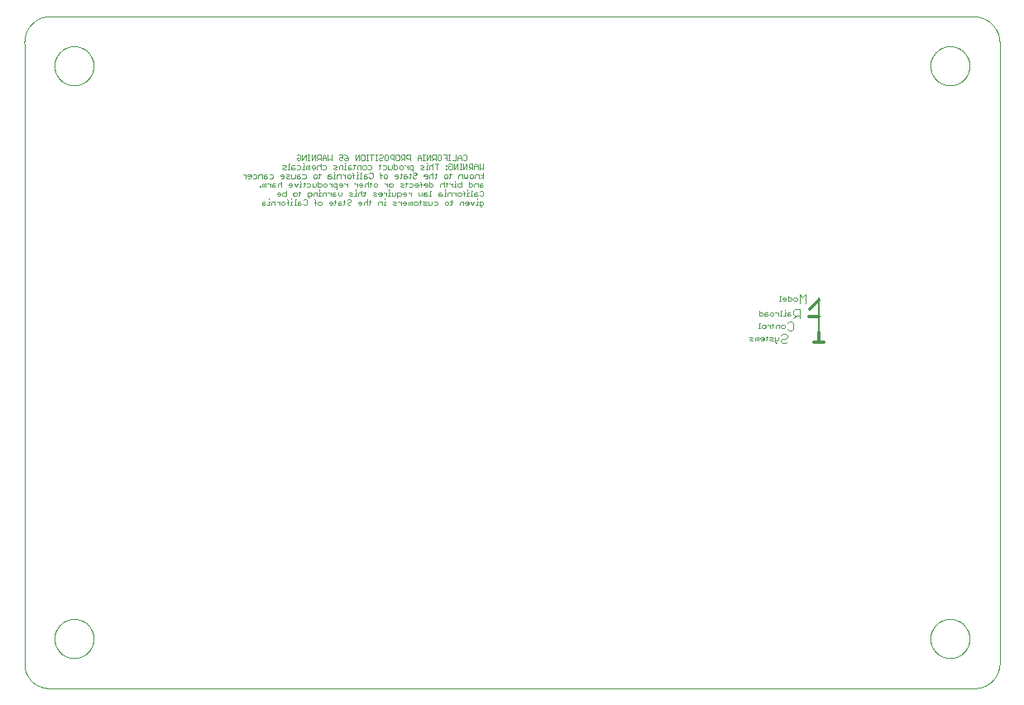
<source format=gbo>
G75*
%MOIN*%
%OFA0B0*%
%FSLAX25Y25*%
%IPPOS*%
%LPD*%
%AMOC8*
5,1,8,0,0,1.08239X$1,22.5*
%
%ADD10C,0.00000*%
%ADD11C,0.00200*%
%ADD12C,0.01200*%
%ADD13C,0.00500*%
%ADD14C,0.00300*%
D10*
X0014843Y0005000D02*
X0032559Y0005000D01*
X0387598Y0005000D01*
X0387843Y0004996D01*
X0388088Y0004998D01*
X0388332Y0005006D01*
X0388577Y0005020D01*
X0388821Y0005040D01*
X0389064Y0005066D01*
X0389307Y0005097D01*
X0389548Y0005135D01*
X0389789Y0005178D01*
X0390029Y0005227D01*
X0390267Y0005282D01*
X0390504Y0005343D01*
X0390740Y0005409D01*
X0390974Y0005481D01*
X0391206Y0005558D01*
X0391436Y0005642D01*
X0391664Y0005730D01*
X0391890Y0005825D01*
X0392113Y0005924D01*
X0392334Y0006029D01*
X0392553Y0006140D01*
X0392769Y0006255D01*
X0392981Y0006376D01*
X0393191Y0006502D01*
X0393398Y0006633D01*
X0393601Y0006769D01*
X0393802Y0006909D01*
X0393998Y0007055D01*
X0394191Y0007205D01*
X0394381Y0007360D01*
X0394567Y0007519D01*
X0394748Y0007683D01*
X0394926Y0007852D01*
X0395100Y0008024D01*
X0395269Y0008201D01*
X0395434Y0008381D01*
X0395595Y0008566D01*
X0395751Y0008754D01*
X0395903Y0008946D01*
X0396050Y0009142D01*
X0396192Y0009341D01*
X0396329Y0009544D01*
X0396461Y0009749D01*
X0396589Y0009958D01*
X0396711Y0010170D01*
X0396828Y0010385D01*
X0396940Y0010603D01*
X0397046Y0010823D01*
X0397147Y0011046D01*
X0397243Y0011271D01*
X0397334Y0011499D01*
X0397418Y0011728D01*
X0397498Y0011960D01*
X0397571Y0012193D01*
X0397639Y0012428D01*
X0397701Y0012665D01*
X0397758Y0012903D01*
X0397809Y0013142D01*
X0397854Y0013383D01*
X0397893Y0013624D01*
X0397926Y0013867D01*
X0397953Y0014110D01*
X0397975Y0014354D01*
X0397990Y0014598D01*
X0398000Y0014842D01*
X0398000Y0014843D02*
X0398000Y0243000D01*
X0398000Y0265000D01*
X0398004Y0265259D01*
X0398002Y0265517D01*
X0397993Y0265776D01*
X0397979Y0266034D01*
X0397958Y0266292D01*
X0397931Y0266549D01*
X0397897Y0266806D01*
X0397858Y0267061D01*
X0397812Y0267316D01*
X0397760Y0267569D01*
X0397703Y0267822D01*
X0397639Y0268072D01*
X0397569Y0268321D01*
X0397493Y0268568D01*
X0397411Y0268814D01*
X0397323Y0269057D01*
X0397229Y0269298D01*
X0397129Y0269537D01*
X0397024Y0269773D01*
X0396913Y0270007D01*
X0396797Y0270238D01*
X0396674Y0270466D01*
X0396547Y0270691D01*
X0396414Y0270913D01*
X0396276Y0271132D01*
X0396132Y0271347D01*
X0395983Y0271558D01*
X0395829Y0271766D01*
X0395671Y0271971D01*
X0395507Y0272171D01*
X0395339Y0272367D01*
X0395165Y0272560D01*
X0394988Y0272748D01*
X0394805Y0272931D01*
X0394619Y0273110D01*
X0394428Y0273285D01*
X0394233Y0273455D01*
X0394034Y0273620D01*
X0393831Y0273780D01*
X0393624Y0273936D01*
X0393413Y0274086D01*
X0393199Y0274231D01*
X0392982Y0274371D01*
X0392761Y0274506D01*
X0392537Y0274635D01*
X0392310Y0274759D01*
X0392080Y0274877D01*
X0391847Y0274990D01*
X0391611Y0275097D01*
X0391373Y0275198D01*
X0391133Y0275294D01*
X0390890Y0275384D01*
X0390646Y0275467D01*
X0390399Y0275545D01*
X0390150Y0275617D01*
X0389900Y0275683D01*
X0389648Y0275743D01*
X0389395Y0275797D01*
X0389141Y0275844D01*
X0388886Y0275886D01*
X0388630Y0275921D01*
X0388372Y0275950D01*
X0388115Y0275973D01*
X0387857Y0275989D01*
X0387598Y0276000D01*
X0064055Y0276000D01*
X0014843Y0276000D01*
X0014842Y0276000D02*
X0014591Y0275983D01*
X0014339Y0275960D01*
X0014089Y0275931D01*
X0013839Y0275895D01*
X0013590Y0275854D01*
X0013343Y0275807D01*
X0013096Y0275754D01*
X0012851Y0275695D01*
X0012607Y0275630D01*
X0012365Y0275559D01*
X0012125Y0275482D01*
X0011887Y0275399D01*
X0011650Y0275311D01*
X0011416Y0275217D01*
X0011185Y0275118D01*
X0010955Y0275012D01*
X0010729Y0274902D01*
X0010505Y0274786D01*
X0010284Y0274664D01*
X0010066Y0274537D01*
X0009851Y0274405D01*
X0009639Y0274268D01*
X0009431Y0274126D01*
X0009226Y0273979D01*
X0009025Y0273827D01*
X0008828Y0273670D01*
X0008634Y0273508D01*
X0008444Y0273342D01*
X0008259Y0273171D01*
X0008077Y0272995D01*
X0007900Y0272816D01*
X0007728Y0272632D01*
X0007560Y0272444D01*
X0007396Y0272252D01*
X0007237Y0272056D01*
X0007083Y0271857D01*
X0006934Y0271653D01*
X0006789Y0271446D01*
X0006650Y0271236D01*
X0006516Y0271022D01*
X0006387Y0270806D01*
X0006263Y0270586D01*
X0006145Y0270363D01*
X0006032Y0270138D01*
X0005925Y0269909D01*
X0005823Y0269679D01*
X0005727Y0269446D01*
X0005636Y0269210D01*
X0005551Y0268973D01*
X0005472Y0268733D01*
X0005399Y0268492D01*
X0005331Y0268249D01*
X0005270Y0268004D01*
X0005214Y0267758D01*
X0005164Y0267511D01*
X0005121Y0267263D01*
X0005083Y0267013D01*
X0005051Y0266763D01*
X0005026Y0266512D01*
X0005006Y0266261D01*
X0004993Y0266009D01*
X0004986Y0265757D01*
X0004984Y0265504D01*
X0004989Y0265252D01*
X0005000Y0265000D01*
X0005000Y0036500D01*
X0005000Y0014843D01*
X0005003Y0014605D01*
X0005011Y0014367D01*
X0005026Y0014130D01*
X0005046Y0013893D01*
X0005072Y0013657D01*
X0005103Y0013421D01*
X0005140Y0013186D01*
X0005183Y0012952D01*
X0005232Y0012719D01*
X0005286Y0012487D01*
X0005346Y0012257D01*
X0005411Y0012028D01*
X0005482Y0011801D01*
X0005558Y0011576D01*
X0005640Y0011353D01*
X0005727Y0011131D01*
X0005819Y0010912D01*
X0005917Y0010695D01*
X0006019Y0010481D01*
X0006127Y0010269D01*
X0006241Y0010059D01*
X0006359Y0009853D01*
X0006482Y0009649D01*
X0006610Y0009449D01*
X0006742Y0009252D01*
X0006880Y0009057D01*
X0007022Y0008867D01*
X0007169Y0008679D01*
X0007320Y0008496D01*
X0007475Y0008316D01*
X0007635Y0008140D01*
X0007799Y0007968D01*
X0007968Y0007799D01*
X0008140Y0007635D01*
X0008316Y0007475D01*
X0008496Y0007320D01*
X0008679Y0007169D01*
X0008867Y0007022D01*
X0009057Y0006880D01*
X0009252Y0006742D01*
X0009449Y0006610D01*
X0009649Y0006482D01*
X0009853Y0006359D01*
X0010059Y0006241D01*
X0010269Y0006127D01*
X0010481Y0006019D01*
X0010695Y0005917D01*
X0010912Y0005819D01*
X0011131Y0005727D01*
X0011353Y0005640D01*
X0011576Y0005558D01*
X0011801Y0005482D01*
X0012028Y0005411D01*
X0012257Y0005346D01*
X0012487Y0005286D01*
X0012719Y0005232D01*
X0012952Y0005183D01*
X0013186Y0005140D01*
X0013421Y0005103D01*
X0013657Y0005072D01*
X0013893Y0005046D01*
X0014130Y0005026D01*
X0014367Y0005011D01*
X0014605Y0005003D01*
X0014843Y0005000D01*
X0017126Y0025000D02*
X0017128Y0025193D01*
X0017135Y0025386D01*
X0017147Y0025579D01*
X0017164Y0025772D01*
X0017185Y0025964D01*
X0017211Y0026155D01*
X0017242Y0026346D01*
X0017277Y0026536D01*
X0017317Y0026725D01*
X0017362Y0026913D01*
X0017411Y0027100D01*
X0017465Y0027286D01*
X0017523Y0027470D01*
X0017586Y0027653D01*
X0017654Y0027834D01*
X0017725Y0028013D01*
X0017802Y0028191D01*
X0017882Y0028367D01*
X0017967Y0028540D01*
X0018056Y0028712D01*
X0018149Y0028881D01*
X0018246Y0029048D01*
X0018348Y0029213D01*
X0018453Y0029375D01*
X0018562Y0029534D01*
X0018676Y0029691D01*
X0018793Y0029844D01*
X0018913Y0029995D01*
X0019038Y0030143D01*
X0019166Y0030288D01*
X0019297Y0030429D01*
X0019432Y0030568D01*
X0019571Y0030703D01*
X0019712Y0030834D01*
X0019857Y0030962D01*
X0020005Y0031087D01*
X0020156Y0031207D01*
X0020309Y0031324D01*
X0020466Y0031438D01*
X0020625Y0031547D01*
X0020787Y0031652D01*
X0020952Y0031754D01*
X0021119Y0031851D01*
X0021288Y0031944D01*
X0021460Y0032033D01*
X0021633Y0032118D01*
X0021809Y0032198D01*
X0021987Y0032275D01*
X0022166Y0032346D01*
X0022347Y0032414D01*
X0022530Y0032477D01*
X0022714Y0032535D01*
X0022900Y0032589D01*
X0023087Y0032638D01*
X0023275Y0032683D01*
X0023464Y0032723D01*
X0023654Y0032758D01*
X0023845Y0032789D01*
X0024036Y0032815D01*
X0024228Y0032836D01*
X0024421Y0032853D01*
X0024614Y0032865D01*
X0024807Y0032872D01*
X0025000Y0032874D01*
X0025193Y0032872D01*
X0025386Y0032865D01*
X0025579Y0032853D01*
X0025772Y0032836D01*
X0025964Y0032815D01*
X0026155Y0032789D01*
X0026346Y0032758D01*
X0026536Y0032723D01*
X0026725Y0032683D01*
X0026913Y0032638D01*
X0027100Y0032589D01*
X0027286Y0032535D01*
X0027470Y0032477D01*
X0027653Y0032414D01*
X0027834Y0032346D01*
X0028013Y0032275D01*
X0028191Y0032198D01*
X0028367Y0032118D01*
X0028540Y0032033D01*
X0028712Y0031944D01*
X0028881Y0031851D01*
X0029048Y0031754D01*
X0029213Y0031652D01*
X0029375Y0031547D01*
X0029534Y0031438D01*
X0029691Y0031324D01*
X0029844Y0031207D01*
X0029995Y0031087D01*
X0030143Y0030962D01*
X0030288Y0030834D01*
X0030429Y0030703D01*
X0030568Y0030568D01*
X0030703Y0030429D01*
X0030834Y0030288D01*
X0030962Y0030143D01*
X0031087Y0029995D01*
X0031207Y0029844D01*
X0031324Y0029691D01*
X0031438Y0029534D01*
X0031547Y0029375D01*
X0031652Y0029213D01*
X0031754Y0029048D01*
X0031851Y0028881D01*
X0031944Y0028712D01*
X0032033Y0028540D01*
X0032118Y0028367D01*
X0032198Y0028191D01*
X0032275Y0028013D01*
X0032346Y0027834D01*
X0032414Y0027653D01*
X0032477Y0027470D01*
X0032535Y0027286D01*
X0032589Y0027100D01*
X0032638Y0026913D01*
X0032683Y0026725D01*
X0032723Y0026536D01*
X0032758Y0026346D01*
X0032789Y0026155D01*
X0032815Y0025964D01*
X0032836Y0025772D01*
X0032853Y0025579D01*
X0032865Y0025386D01*
X0032872Y0025193D01*
X0032874Y0025000D01*
X0032872Y0024807D01*
X0032865Y0024614D01*
X0032853Y0024421D01*
X0032836Y0024228D01*
X0032815Y0024036D01*
X0032789Y0023845D01*
X0032758Y0023654D01*
X0032723Y0023464D01*
X0032683Y0023275D01*
X0032638Y0023087D01*
X0032589Y0022900D01*
X0032535Y0022714D01*
X0032477Y0022530D01*
X0032414Y0022347D01*
X0032346Y0022166D01*
X0032275Y0021987D01*
X0032198Y0021809D01*
X0032118Y0021633D01*
X0032033Y0021460D01*
X0031944Y0021288D01*
X0031851Y0021119D01*
X0031754Y0020952D01*
X0031652Y0020787D01*
X0031547Y0020625D01*
X0031438Y0020466D01*
X0031324Y0020309D01*
X0031207Y0020156D01*
X0031087Y0020005D01*
X0030962Y0019857D01*
X0030834Y0019712D01*
X0030703Y0019571D01*
X0030568Y0019432D01*
X0030429Y0019297D01*
X0030288Y0019166D01*
X0030143Y0019038D01*
X0029995Y0018913D01*
X0029844Y0018793D01*
X0029691Y0018676D01*
X0029534Y0018562D01*
X0029375Y0018453D01*
X0029213Y0018348D01*
X0029048Y0018246D01*
X0028881Y0018149D01*
X0028712Y0018056D01*
X0028540Y0017967D01*
X0028367Y0017882D01*
X0028191Y0017802D01*
X0028013Y0017725D01*
X0027834Y0017654D01*
X0027653Y0017586D01*
X0027470Y0017523D01*
X0027286Y0017465D01*
X0027100Y0017411D01*
X0026913Y0017362D01*
X0026725Y0017317D01*
X0026536Y0017277D01*
X0026346Y0017242D01*
X0026155Y0017211D01*
X0025964Y0017185D01*
X0025772Y0017164D01*
X0025579Y0017147D01*
X0025386Y0017135D01*
X0025193Y0017128D01*
X0025000Y0017126D01*
X0024807Y0017128D01*
X0024614Y0017135D01*
X0024421Y0017147D01*
X0024228Y0017164D01*
X0024036Y0017185D01*
X0023845Y0017211D01*
X0023654Y0017242D01*
X0023464Y0017277D01*
X0023275Y0017317D01*
X0023087Y0017362D01*
X0022900Y0017411D01*
X0022714Y0017465D01*
X0022530Y0017523D01*
X0022347Y0017586D01*
X0022166Y0017654D01*
X0021987Y0017725D01*
X0021809Y0017802D01*
X0021633Y0017882D01*
X0021460Y0017967D01*
X0021288Y0018056D01*
X0021119Y0018149D01*
X0020952Y0018246D01*
X0020787Y0018348D01*
X0020625Y0018453D01*
X0020466Y0018562D01*
X0020309Y0018676D01*
X0020156Y0018793D01*
X0020005Y0018913D01*
X0019857Y0019038D01*
X0019712Y0019166D01*
X0019571Y0019297D01*
X0019432Y0019432D01*
X0019297Y0019571D01*
X0019166Y0019712D01*
X0019038Y0019857D01*
X0018913Y0020005D01*
X0018793Y0020156D01*
X0018676Y0020309D01*
X0018562Y0020466D01*
X0018453Y0020625D01*
X0018348Y0020787D01*
X0018246Y0020952D01*
X0018149Y0021119D01*
X0018056Y0021288D01*
X0017967Y0021460D01*
X0017882Y0021633D01*
X0017802Y0021809D01*
X0017725Y0021987D01*
X0017654Y0022166D01*
X0017586Y0022347D01*
X0017523Y0022530D01*
X0017465Y0022714D01*
X0017411Y0022900D01*
X0017362Y0023087D01*
X0017317Y0023275D01*
X0017277Y0023464D01*
X0017242Y0023654D01*
X0017211Y0023845D01*
X0017185Y0024036D01*
X0017164Y0024228D01*
X0017147Y0024421D01*
X0017135Y0024614D01*
X0017128Y0024807D01*
X0017126Y0025000D01*
X0017126Y0256000D02*
X0017128Y0256193D01*
X0017135Y0256386D01*
X0017147Y0256579D01*
X0017164Y0256772D01*
X0017185Y0256964D01*
X0017211Y0257155D01*
X0017242Y0257346D01*
X0017277Y0257536D01*
X0017317Y0257725D01*
X0017362Y0257913D01*
X0017411Y0258100D01*
X0017465Y0258286D01*
X0017523Y0258470D01*
X0017586Y0258653D01*
X0017654Y0258834D01*
X0017725Y0259013D01*
X0017802Y0259191D01*
X0017882Y0259367D01*
X0017967Y0259540D01*
X0018056Y0259712D01*
X0018149Y0259881D01*
X0018246Y0260048D01*
X0018348Y0260213D01*
X0018453Y0260375D01*
X0018562Y0260534D01*
X0018676Y0260691D01*
X0018793Y0260844D01*
X0018913Y0260995D01*
X0019038Y0261143D01*
X0019166Y0261288D01*
X0019297Y0261429D01*
X0019432Y0261568D01*
X0019571Y0261703D01*
X0019712Y0261834D01*
X0019857Y0261962D01*
X0020005Y0262087D01*
X0020156Y0262207D01*
X0020309Y0262324D01*
X0020466Y0262438D01*
X0020625Y0262547D01*
X0020787Y0262652D01*
X0020952Y0262754D01*
X0021119Y0262851D01*
X0021288Y0262944D01*
X0021460Y0263033D01*
X0021633Y0263118D01*
X0021809Y0263198D01*
X0021987Y0263275D01*
X0022166Y0263346D01*
X0022347Y0263414D01*
X0022530Y0263477D01*
X0022714Y0263535D01*
X0022900Y0263589D01*
X0023087Y0263638D01*
X0023275Y0263683D01*
X0023464Y0263723D01*
X0023654Y0263758D01*
X0023845Y0263789D01*
X0024036Y0263815D01*
X0024228Y0263836D01*
X0024421Y0263853D01*
X0024614Y0263865D01*
X0024807Y0263872D01*
X0025000Y0263874D01*
X0025193Y0263872D01*
X0025386Y0263865D01*
X0025579Y0263853D01*
X0025772Y0263836D01*
X0025964Y0263815D01*
X0026155Y0263789D01*
X0026346Y0263758D01*
X0026536Y0263723D01*
X0026725Y0263683D01*
X0026913Y0263638D01*
X0027100Y0263589D01*
X0027286Y0263535D01*
X0027470Y0263477D01*
X0027653Y0263414D01*
X0027834Y0263346D01*
X0028013Y0263275D01*
X0028191Y0263198D01*
X0028367Y0263118D01*
X0028540Y0263033D01*
X0028712Y0262944D01*
X0028881Y0262851D01*
X0029048Y0262754D01*
X0029213Y0262652D01*
X0029375Y0262547D01*
X0029534Y0262438D01*
X0029691Y0262324D01*
X0029844Y0262207D01*
X0029995Y0262087D01*
X0030143Y0261962D01*
X0030288Y0261834D01*
X0030429Y0261703D01*
X0030568Y0261568D01*
X0030703Y0261429D01*
X0030834Y0261288D01*
X0030962Y0261143D01*
X0031087Y0260995D01*
X0031207Y0260844D01*
X0031324Y0260691D01*
X0031438Y0260534D01*
X0031547Y0260375D01*
X0031652Y0260213D01*
X0031754Y0260048D01*
X0031851Y0259881D01*
X0031944Y0259712D01*
X0032033Y0259540D01*
X0032118Y0259367D01*
X0032198Y0259191D01*
X0032275Y0259013D01*
X0032346Y0258834D01*
X0032414Y0258653D01*
X0032477Y0258470D01*
X0032535Y0258286D01*
X0032589Y0258100D01*
X0032638Y0257913D01*
X0032683Y0257725D01*
X0032723Y0257536D01*
X0032758Y0257346D01*
X0032789Y0257155D01*
X0032815Y0256964D01*
X0032836Y0256772D01*
X0032853Y0256579D01*
X0032865Y0256386D01*
X0032872Y0256193D01*
X0032874Y0256000D01*
X0032872Y0255807D01*
X0032865Y0255614D01*
X0032853Y0255421D01*
X0032836Y0255228D01*
X0032815Y0255036D01*
X0032789Y0254845D01*
X0032758Y0254654D01*
X0032723Y0254464D01*
X0032683Y0254275D01*
X0032638Y0254087D01*
X0032589Y0253900D01*
X0032535Y0253714D01*
X0032477Y0253530D01*
X0032414Y0253347D01*
X0032346Y0253166D01*
X0032275Y0252987D01*
X0032198Y0252809D01*
X0032118Y0252633D01*
X0032033Y0252460D01*
X0031944Y0252288D01*
X0031851Y0252119D01*
X0031754Y0251952D01*
X0031652Y0251787D01*
X0031547Y0251625D01*
X0031438Y0251466D01*
X0031324Y0251309D01*
X0031207Y0251156D01*
X0031087Y0251005D01*
X0030962Y0250857D01*
X0030834Y0250712D01*
X0030703Y0250571D01*
X0030568Y0250432D01*
X0030429Y0250297D01*
X0030288Y0250166D01*
X0030143Y0250038D01*
X0029995Y0249913D01*
X0029844Y0249793D01*
X0029691Y0249676D01*
X0029534Y0249562D01*
X0029375Y0249453D01*
X0029213Y0249348D01*
X0029048Y0249246D01*
X0028881Y0249149D01*
X0028712Y0249056D01*
X0028540Y0248967D01*
X0028367Y0248882D01*
X0028191Y0248802D01*
X0028013Y0248725D01*
X0027834Y0248654D01*
X0027653Y0248586D01*
X0027470Y0248523D01*
X0027286Y0248465D01*
X0027100Y0248411D01*
X0026913Y0248362D01*
X0026725Y0248317D01*
X0026536Y0248277D01*
X0026346Y0248242D01*
X0026155Y0248211D01*
X0025964Y0248185D01*
X0025772Y0248164D01*
X0025579Y0248147D01*
X0025386Y0248135D01*
X0025193Y0248128D01*
X0025000Y0248126D01*
X0024807Y0248128D01*
X0024614Y0248135D01*
X0024421Y0248147D01*
X0024228Y0248164D01*
X0024036Y0248185D01*
X0023845Y0248211D01*
X0023654Y0248242D01*
X0023464Y0248277D01*
X0023275Y0248317D01*
X0023087Y0248362D01*
X0022900Y0248411D01*
X0022714Y0248465D01*
X0022530Y0248523D01*
X0022347Y0248586D01*
X0022166Y0248654D01*
X0021987Y0248725D01*
X0021809Y0248802D01*
X0021633Y0248882D01*
X0021460Y0248967D01*
X0021288Y0249056D01*
X0021119Y0249149D01*
X0020952Y0249246D01*
X0020787Y0249348D01*
X0020625Y0249453D01*
X0020466Y0249562D01*
X0020309Y0249676D01*
X0020156Y0249793D01*
X0020005Y0249913D01*
X0019857Y0250038D01*
X0019712Y0250166D01*
X0019571Y0250297D01*
X0019432Y0250432D01*
X0019297Y0250571D01*
X0019166Y0250712D01*
X0019038Y0250857D01*
X0018913Y0251005D01*
X0018793Y0251156D01*
X0018676Y0251309D01*
X0018562Y0251466D01*
X0018453Y0251625D01*
X0018348Y0251787D01*
X0018246Y0251952D01*
X0018149Y0252119D01*
X0018056Y0252288D01*
X0017967Y0252460D01*
X0017882Y0252633D01*
X0017802Y0252809D01*
X0017725Y0252987D01*
X0017654Y0253166D01*
X0017586Y0253347D01*
X0017523Y0253530D01*
X0017465Y0253714D01*
X0017411Y0253900D01*
X0017362Y0254087D01*
X0017317Y0254275D01*
X0017277Y0254464D01*
X0017242Y0254654D01*
X0017211Y0254845D01*
X0017185Y0255036D01*
X0017164Y0255228D01*
X0017147Y0255421D01*
X0017135Y0255614D01*
X0017128Y0255807D01*
X0017126Y0256000D01*
X0370126Y0256000D02*
X0370128Y0256193D01*
X0370135Y0256386D01*
X0370147Y0256579D01*
X0370164Y0256772D01*
X0370185Y0256964D01*
X0370211Y0257155D01*
X0370242Y0257346D01*
X0370277Y0257536D01*
X0370317Y0257725D01*
X0370362Y0257913D01*
X0370411Y0258100D01*
X0370465Y0258286D01*
X0370523Y0258470D01*
X0370586Y0258653D01*
X0370654Y0258834D01*
X0370725Y0259013D01*
X0370802Y0259191D01*
X0370882Y0259367D01*
X0370967Y0259540D01*
X0371056Y0259712D01*
X0371149Y0259881D01*
X0371246Y0260048D01*
X0371348Y0260213D01*
X0371453Y0260375D01*
X0371562Y0260534D01*
X0371676Y0260691D01*
X0371793Y0260844D01*
X0371913Y0260995D01*
X0372038Y0261143D01*
X0372166Y0261288D01*
X0372297Y0261429D01*
X0372432Y0261568D01*
X0372571Y0261703D01*
X0372712Y0261834D01*
X0372857Y0261962D01*
X0373005Y0262087D01*
X0373156Y0262207D01*
X0373309Y0262324D01*
X0373466Y0262438D01*
X0373625Y0262547D01*
X0373787Y0262652D01*
X0373952Y0262754D01*
X0374119Y0262851D01*
X0374288Y0262944D01*
X0374460Y0263033D01*
X0374633Y0263118D01*
X0374809Y0263198D01*
X0374987Y0263275D01*
X0375166Y0263346D01*
X0375347Y0263414D01*
X0375530Y0263477D01*
X0375714Y0263535D01*
X0375900Y0263589D01*
X0376087Y0263638D01*
X0376275Y0263683D01*
X0376464Y0263723D01*
X0376654Y0263758D01*
X0376845Y0263789D01*
X0377036Y0263815D01*
X0377228Y0263836D01*
X0377421Y0263853D01*
X0377614Y0263865D01*
X0377807Y0263872D01*
X0378000Y0263874D01*
X0378193Y0263872D01*
X0378386Y0263865D01*
X0378579Y0263853D01*
X0378772Y0263836D01*
X0378964Y0263815D01*
X0379155Y0263789D01*
X0379346Y0263758D01*
X0379536Y0263723D01*
X0379725Y0263683D01*
X0379913Y0263638D01*
X0380100Y0263589D01*
X0380286Y0263535D01*
X0380470Y0263477D01*
X0380653Y0263414D01*
X0380834Y0263346D01*
X0381013Y0263275D01*
X0381191Y0263198D01*
X0381367Y0263118D01*
X0381540Y0263033D01*
X0381712Y0262944D01*
X0381881Y0262851D01*
X0382048Y0262754D01*
X0382213Y0262652D01*
X0382375Y0262547D01*
X0382534Y0262438D01*
X0382691Y0262324D01*
X0382844Y0262207D01*
X0382995Y0262087D01*
X0383143Y0261962D01*
X0383288Y0261834D01*
X0383429Y0261703D01*
X0383568Y0261568D01*
X0383703Y0261429D01*
X0383834Y0261288D01*
X0383962Y0261143D01*
X0384087Y0260995D01*
X0384207Y0260844D01*
X0384324Y0260691D01*
X0384438Y0260534D01*
X0384547Y0260375D01*
X0384652Y0260213D01*
X0384754Y0260048D01*
X0384851Y0259881D01*
X0384944Y0259712D01*
X0385033Y0259540D01*
X0385118Y0259367D01*
X0385198Y0259191D01*
X0385275Y0259013D01*
X0385346Y0258834D01*
X0385414Y0258653D01*
X0385477Y0258470D01*
X0385535Y0258286D01*
X0385589Y0258100D01*
X0385638Y0257913D01*
X0385683Y0257725D01*
X0385723Y0257536D01*
X0385758Y0257346D01*
X0385789Y0257155D01*
X0385815Y0256964D01*
X0385836Y0256772D01*
X0385853Y0256579D01*
X0385865Y0256386D01*
X0385872Y0256193D01*
X0385874Y0256000D01*
X0385872Y0255807D01*
X0385865Y0255614D01*
X0385853Y0255421D01*
X0385836Y0255228D01*
X0385815Y0255036D01*
X0385789Y0254845D01*
X0385758Y0254654D01*
X0385723Y0254464D01*
X0385683Y0254275D01*
X0385638Y0254087D01*
X0385589Y0253900D01*
X0385535Y0253714D01*
X0385477Y0253530D01*
X0385414Y0253347D01*
X0385346Y0253166D01*
X0385275Y0252987D01*
X0385198Y0252809D01*
X0385118Y0252633D01*
X0385033Y0252460D01*
X0384944Y0252288D01*
X0384851Y0252119D01*
X0384754Y0251952D01*
X0384652Y0251787D01*
X0384547Y0251625D01*
X0384438Y0251466D01*
X0384324Y0251309D01*
X0384207Y0251156D01*
X0384087Y0251005D01*
X0383962Y0250857D01*
X0383834Y0250712D01*
X0383703Y0250571D01*
X0383568Y0250432D01*
X0383429Y0250297D01*
X0383288Y0250166D01*
X0383143Y0250038D01*
X0382995Y0249913D01*
X0382844Y0249793D01*
X0382691Y0249676D01*
X0382534Y0249562D01*
X0382375Y0249453D01*
X0382213Y0249348D01*
X0382048Y0249246D01*
X0381881Y0249149D01*
X0381712Y0249056D01*
X0381540Y0248967D01*
X0381367Y0248882D01*
X0381191Y0248802D01*
X0381013Y0248725D01*
X0380834Y0248654D01*
X0380653Y0248586D01*
X0380470Y0248523D01*
X0380286Y0248465D01*
X0380100Y0248411D01*
X0379913Y0248362D01*
X0379725Y0248317D01*
X0379536Y0248277D01*
X0379346Y0248242D01*
X0379155Y0248211D01*
X0378964Y0248185D01*
X0378772Y0248164D01*
X0378579Y0248147D01*
X0378386Y0248135D01*
X0378193Y0248128D01*
X0378000Y0248126D01*
X0377807Y0248128D01*
X0377614Y0248135D01*
X0377421Y0248147D01*
X0377228Y0248164D01*
X0377036Y0248185D01*
X0376845Y0248211D01*
X0376654Y0248242D01*
X0376464Y0248277D01*
X0376275Y0248317D01*
X0376087Y0248362D01*
X0375900Y0248411D01*
X0375714Y0248465D01*
X0375530Y0248523D01*
X0375347Y0248586D01*
X0375166Y0248654D01*
X0374987Y0248725D01*
X0374809Y0248802D01*
X0374633Y0248882D01*
X0374460Y0248967D01*
X0374288Y0249056D01*
X0374119Y0249149D01*
X0373952Y0249246D01*
X0373787Y0249348D01*
X0373625Y0249453D01*
X0373466Y0249562D01*
X0373309Y0249676D01*
X0373156Y0249793D01*
X0373005Y0249913D01*
X0372857Y0250038D01*
X0372712Y0250166D01*
X0372571Y0250297D01*
X0372432Y0250432D01*
X0372297Y0250571D01*
X0372166Y0250712D01*
X0372038Y0250857D01*
X0371913Y0251005D01*
X0371793Y0251156D01*
X0371676Y0251309D01*
X0371562Y0251466D01*
X0371453Y0251625D01*
X0371348Y0251787D01*
X0371246Y0251952D01*
X0371149Y0252119D01*
X0371056Y0252288D01*
X0370967Y0252460D01*
X0370882Y0252633D01*
X0370802Y0252809D01*
X0370725Y0252987D01*
X0370654Y0253166D01*
X0370586Y0253347D01*
X0370523Y0253530D01*
X0370465Y0253714D01*
X0370411Y0253900D01*
X0370362Y0254087D01*
X0370317Y0254275D01*
X0370277Y0254464D01*
X0370242Y0254654D01*
X0370211Y0254845D01*
X0370185Y0255036D01*
X0370164Y0255228D01*
X0370147Y0255421D01*
X0370135Y0255614D01*
X0370128Y0255807D01*
X0370126Y0256000D01*
X0370126Y0025000D02*
X0370128Y0025193D01*
X0370135Y0025386D01*
X0370147Y0025579D01*
X0370164Y0025772D01*
X0370185Y0025964D01*
X0370211Y0026155D01*
X0370242Y0026346D01*
X0370277Y0026536D01*
X0370317Y0026725D01*
X0370362Y0026913D01*
X0370411Y0027100D01*
X0370465Y0027286D01*
X0370523Y0027470D01*
X0370586Y0027653D01*
X0370654Y0027834D01*
X0370725Y0028013D01*
X0370802Y0028191D01*
X0370882Y0028367D01*
X0370967Y0028540D01*
X0371056Y0028712D01*
X0371149Y0028881D01*
X0371246Y0029048D01*
X0371348Y0029213D01*
X0371453Y0029375D01*
X0371562Y0029534D01*
X0371676Y0029691D01*
X0371793Y0029844D01*
X0371913Y0029995D01*
X0372038Y0030143D01*
X0372166Y0030288D01*
X0372297Y0030429D01*
X0372432Y0030568D01*
X0372571Y0030703D01*
X0372712Y0030834D01*
X0372857Y0030962D01*
X0373005Y0031087D01*
X0373156Y0031207D01*
X0373309Y0031324D01*
X0373466Y0031438D01*
X0373625Y0031547D01*
X0373787Y0031652D01*
X0373952Y0031754D01*
X0374119Y0031851D01*
X0374288Y0031944D01*
X0374460Y0032033D01*
X0374633Y0032118D01*
X0374809Y0032198D01*
X0374987Y0032275D01*
X0375166Y0032346D01*
X0375347Y0032414D01*
X0375530Y0032477D01*
X0375714Y0032535D01*
X0375900Y0032589D01*
X0376087Y0032638D01*
X0376275Y0032683D01*
X0376464Y0032723D01*
X0376654Y0032758D01*
X0376845Y0032789D01*
X0377036Y0032815D01*
X0377228Y0032836D01*
X0377421Y0032853D01*
X0377614Y0032865D01*
X0377807Y0032872D01*
X0378000Y0032874D01*
X0378193Y0032872D01*
X0378386Y0032865D01*
X0378579Y0032853D01*
X0378772Y0032836D01*
X0378964Y0032815D01*
X0379155Y0032789D01*
X0379346Y0032758D01*
X0379536Y0032723D01*
X0379725Y0032683D01*
X0379913Y0032638D01*
X0380100Y0032589D01*
X0380286Y0032535D01*
X0380470Y0032477D01*
X0380653Y0032414D01*
X0380834Y0032346D01*
X0381013Y0032275D01*
X0381191Y0032198D01*
X0381367Y0032118D01*
X0381540Y0032033D01*
X0381712Y0031944D01*
X0381881Y0031851D01*
X0382048Y0031754D01*
X0382213Y0031652D01*
X0382375Y0031547D01*
X0382534Y0031438D01*
X0382691Y0031324D01*
X0382844Y0031207D01*
X0382995Y0031087D01*
X0383143Y0030962D01*
X0383288Y0030834D01*
X0383429Y0030703D01*
X0383568Y0030568D01*
X0383703Y0030429D01*
X0383834Y0030288D01*
X0383962Y0030143D01*
X0384087Y0029995D01*
X0384207Y0029844D01*
X0384324Y0029691D01*
X0384438Y0029534D01*
X0384547Y0029375D01*
X0384652Y0029213D01*
X0384754Y0029048D01*
X0384851Y0028881D01*
X0384944Y0028712D01*
X0385033Y0028540D01*
X0385118Y0028367D01*
X0385198Y0028191D01*
X0385275Y0028013D01*
X0385346Y0027834D01*
X0385414Y0027653D01*
X0385477Y0027470D01*
X0385535Y0027286D01*
X0385589Y0027100D01*
X0385638Y0026913D01*
X0385683Y0026725D01*
X0385723Y0026536D01*
X0385758Y0026346D01*
X0385789Y0026155D01*
X0385815Y0025964D01*
X0385836Y0025772D01*
X0385853Y0025579D01*
X0385865Y0025386D01*
X0385872Y0025193D01*
X0385874Y0025000D01*
X0385872Y0024807D01*
X0385865Y0024614D01*
X0385853Y0024421D01*
X0385836Y0024228D01*
X0385815Y0024036D01*
X0385789Y0023845D01*
X0385758Y0023654D01*
X0385723Y0023464D01*
X0385683Y0023275D01*
X0385638Y0023087D01*
X0385589Y0022900D01*
X0385535Y0022714D01*
X0385477Y0022530D01*
X0385414Y0022347D01*
X0385346Y0022166D01*
X0385275Y0021987D01*
X0385198Y0021809D01*
X0385118Y0021633D01*
X0385033Y0021460D01*
X0384944Y0021288D01*
X0384851Y0021119D01*
X0384754Y0020952D01*
X0384652Y0020787D01*
X0384547Y0020625D01*
X0384438Y0020466D01*
X0384324Y0020309D01*
X0384207Y0020156D01*
X0384087Y0020005D01*
X0383962Y0019857D01*
X0383834Y0019712D01*
X0383703Y0019571D01*
X0383568Y0019432D01*
X0383429Y0019297D01*
X0383288Y0019166D01*
X0383143Y0019038D01*
X0382995Y0018913D01*
X0382844Y0018793D01*
X0382691Y0018676D01*
X0382534Y0018562D01*
X0382375Y0018453D01*
X0382213Y0018348D01*
X0382048Y0018246D01*
X0381881Y0018149D01*
X0381712Y0018056D01*
X0381540Y0017967D01*
X0381367Y0017882D01*
X0381191Y0017802D01*
X0381013Y0017725D01*
X0380834Y0017654D01*
X0380653Y0017586D01*
X0380470Y0017523D01*
X0380286Y0017465D01*
X0380100Y0017411D01*
X0379913Y0017362D01*
X0379725Y0017317D01*
X0379536Y0017277D01*
X0379346Y0017242D01*
X0379155Y0017211D01*
X0378964Y0017185D01*
X0378772Y0017164D01*
X0378579Y0017147D01*
X0378386Y0017135D01*
X0378193Y0017128D01*
X0378000Y0017126D01*
X0377807Y0017128D01*
X0377614Y0017135D01*
X0377421Y0017147D01*
X0377228Y0017164D01*
X0377036Y0017185D01*
X0376845Y0017211D01*
X0376654Y0017242D01*
X0376464Y0017277D01*
X0376275Y0017317D01*
X0376087Y0017362D01*
X0375900Y0017411D01*
X0375714Y0017465D01*
X0375530Y0017523D01*
X0375347Y0017586D01*
X0375166Y0017654D01*
X0374987Y0017725D01*
X0374809Y0017802D01*
X0374633Y0017882D01*
X0374460Y0017967D01*
X0374288Y0018056D01*
X0374119Y0018149D01*
X0373952Y0018246D01*
X0373787Y0018348D01*
X0373625Y0018453D01*
X0373466Y0018562D01*
X0373309Y0018676D01*
X0373156Y0018793D01*
X0373005Y0018913D01*
X0372857Y0019038D01*
X0372712Y0019166D01*
X0372571Y0019297D01*
X0372432Y0019432D01*
X0372297Y0019571D01*
X0372166Y0019712D01*
X0372038Y0019857D01*
X0371913Y0020005D01*
X0371793Y0020156D01*
X0371676Y0020309D01*
X0371562Y0020466D01*
X0371453Y0020625D01*
X0371348Y0020787D01*
X0371246Y0020952D01*
X0371149Y0021119D01*
X0371056Y0021288D01*
X0370967Y0021460D01*
X0370882Y0021633D01*
X0370802Y0021809D01*
X0370725Y0021987D01*
X0370654Y0022166D01*
X0370586Y0022347D01*
X0370523Y0022530D01*
X0370465Y0022714D01*
X0370411Y0022900D01*
X0370362Y0023087D01*
X0370317Y0023275D01*
X0370277Y0023464D01*
X0370242Y0023654D01*
X0370211Y0023845D01*
X0370185Y0024036D01*
X0370164Y0024228D01*
X0370147Y0024421D01*
X0370135Y0024614D01*
X0370128Y0024807D01*
X0370126Y0025000D01*
D11*
X0308166Y0144366D02*
X0307799Y0144366D01*
X0307432Y0144733D01*
X0307432Y0146568D01*
X0306690Y0146201D02*
X0306323Y0146568D01*
X0305222Y0146568D01*
X0304480Y0146568D02*
X0303746Y0146568D01*
X0304113Y0146935D02*
X0304113Y0145467D01*
X0303746Y0145100D01*
X0303007Y0145467D02*
X0303007Y0146201D01*
X0302640Y0146568D01*
X0301906Y0146568D01*
X0301539Y0146201D01*
X0301539Y0145834D01*
X0303007Y0145834D01*
X0303007Y0145467D02*
X0302640Y0145100D01*
X0301906Y0145100D01*
X0300797Y0145100D02*
X0300797Y0146568D01*
X0300430Y0146568D01*
X0300063Y0146201D01*
X0299696Y0146568D01*
X0299329Y0146201D01*
X0299329Y0145100D01*
X0300063Y0145100D02*
X0300063Y0146201D01*
X0298587Y0146201D02*
X0298220Y0146568D01*
X0297119Y0146568D01*
X0297486Y0145834D02*
X0298220Y0145834D01*
X0298587Y0146201D01*
X0298587Y0145100D02*
X0297486Y0145100D01*
X0297119Y0145467D01*
X0297486Y0145834D01*
X0305222Y0145467D02*
X0305589Y0145834D01*
X0306323Y0145834D01*
X0306690Y0146201D01*
X0306690Y0145100D02*
X0305589Y0145100D01*
X0305222Y0145467D01*
X0307432Y0145100D02*
X0308533Y0145100D01*
X0308900Y0145467D01*
X0308900Y0146568D01*
X0309190Y0150100D02*
X0309190Y0151568D01*
X0308089Y0151568D01*
X0307722Y0151201D01*
X0307722Y0150100D01*
X0306613Y0150467D02*
X0306246Y0150100D01*
X0306613Y0150467D02*
X0306613Y0151935D01*
X0306980Y0151568D02*
X0306246Y0151568D01*
X0305507Y0151568D02*
X0305507Y0150100D01*
X0305507Y0150834D02*
X0304773Y0151568D01*
X0304406Y0151568D01*
X0303665Y0151201D02*
X0303665Y0150467D01*
X0303298Y0150100D01*
X0302564Y0150100D01*
X0302198Y0150467D01*
X0302198Y0151201D01*
X0302564Y0151568D01*
X0303298Y0151568D01*
X0303665Y0151201D01*
X0301456Y0152302D02*
X0301089Y0152302D01*
X0301089Y0150100D01*
X0301456Y0150100D02*
X0300722Y0150100D01*
X0301014Y0155100D02*
X0302115Y0155100D01*
X0302482Y0155467D01*
X0302482Y0156201D01*
X0302115Y0156568D01*
X0301014Y0156568D01*
X0301014Y0157302D02*
X0301014Y0155100D01*
X0303224Y0155100D02*
X0304325Y0155100D01*
X0304692Y0155467D01*
X0304325Y0155834D01*
X0303224Y0155834D01*
X0303224Y0156201D02*
X0303224Y0155100D01*
X0303224Y0156201D02*
X0303591Y0156568D01*
X0304325Y0156568D01*
X0305434Y0156201D02*
X0305434Y0155467D01*
X0305801Y0155100D01*
X0306535Y0155100D01*
X0306902Y0155467D01*
X0306902Y0156201D01*
X0306535Y0156568D01*
X0305801Y0156568D01*
X0305434Y0156201D01*
X0307643Y0156568D02*
X0308010Y0156568D01*
X0308744Y0155834D01*
X0308744Y0155100D02*
X0308744Y0156568D01*
X0309850Y0157302D02*
X0309850Y0155100D01*
X0310217Y0155100D02*
X0309483Y0155100D01*
X0310956Y0155100D02*
X0311690Y0155100D01*
X0311323Y0155100D02*
X0311323Y0156568D01*
X0311690Y0156568D01*
X0311323Y0157302D02*
X0311323Y0157669D01*
X0310217Y0157302D02*
X0309850Y0157302D01*
X0312432Y0156201D02*
X0312432Y0155100D01*
X0313533Y0155100D01*
X0313900Y0155467D01*
X0313533Y0155834D01*
X0312432Y0155834D01*
X0312432Y0156201D02*
X0312799Y0156568D01*
X0313533Y0156568D01*
X0313823Y0161100D02*
X0312722Y0161100D01*
X0312722Y0163302D01*
X0312722Y0162568D02*
X0313823Y0162568D01*
X0314190Y0162201D01*
X0314190Y0161467D01*
X0313823Y0161100D01*
X0314932Y0161467D02*
X0314932Y0162201D01*
X0315299Y0162568D01*
X0316033Y0162568D01*
X0316400Y0162201D01*
X0316400Y0161467D01*
X0316033Y0161100D01*
X0315299Y0161100D01*
X0314932Y0161467D01*
X0311980Y0161467D02*
X0311980Y0162201D01*
X0311613Y0162568D01*
X0310879Y0162568D01*
X0310512Y0162201D01*
X0310512Y0161834D01*
X0311980Y0161834D01*
X0311980Y0161467D02*
X0311613Y0161100D01*
X0310879Y0161100D01*
X0309770Y0161100D02*
X0309036Y0161100D01*
X0309403Y0161100D02*
X0309403Y0163302D01*
X0309770Y0163302D01*
X0310299Y0151568D02*
X0311033Y0151568D01*
X0311400Y0151201D01*
X0311400Y0150467D01*
X0311033Y0150100D01*
X0310299Y0150100D01*
X0309932Y0150467D01*
X0309932Y0151201D01*
X0310299Y0151568D01*
X0189900Y0200267D02*
X0189533Y0199900D01*
X0188432Y0199900D01*
X0189533Y0199900D01*
X0189900Y0200267D01*
X0189900Y0201001D01*
X0189533Y0201368D01*
X0188432Y0201368D01*
X0188432Y0199533D01*
X0188799Y0199166D01*
X0189166Y0199166D01*
X0188799Y0199166D01*
X0188432Y0199533D01*
X0188432Y0201368D01*
X0189533Y0201368D01*
X0189900Y0201001D01*
X0189900Y0200267D01*
X0187690Y0199900D02*
X0186956Y0199900D01*
X0187690Y0199900D01*
X0187323Y0199900D02*
X0187323Y0201368D01*
X0187690Y0201368D01*
X0187323Y0201368D01*
X0187323Y0199900D01*
X0186217Y0201368D02*
X0185483Y0199900D01*
X0184749Y0201368D01*
X0185483Y0199900D01*
X0186217Y0201368D01*
X0187323Y0202102D02*
X0187323Y0202469D01*
X0187323Y0202102D01*
X0187323Y0203500D02*
X0186222Y0203500D01*
X0186222Y0204601D01*
X0186589Y0204968D01*
X0187323Y0204968D01*
X0186589Y0204968D01*
X0186222Y0204601D01*
X0186222Y0203500D01*
X0187323Y0203500D01*
X0187690Y0203867D01*
X0187323Y0204234D01*
X0186222Y0204234D01*
X0187323Y0204234D01*
X0187690Y0203867D01*
X0187323Y0203500D01*
X0188432Y0203867D02*
X0188799Y0203500D01*
X0189533Y0203500D01*
X0189900Y0203867D01*
X0189900Y0205335D01*
X0189533Y0205702D01*
X0188799Y0205702D01*
X0188432Y0205335D01*
X0188799Y0205702D01*
X0189533Y0205702D01*
X0189900Y0205335D01*
X0189900Y0203867D01*
X0189533Y0203500D01*
X0188799Y0203500D01*
X0188432Y0203867D01*
X0185480Y0203500D02*
X0184746Y0203500D01*
X0185480Y0203500D01*
X0185113Y0203500D02*
X0185113Y0205702D01*
X0185480Y0205702D01*
X0185113Y0205702D01*
X0185113Y0203500D01*
X0184007Y0203500D02*
X0183273Y0203500D01*
X0184007Y0203500D01*
X0183640Y0203500D02*
X0183640Y0204968D01*
X0184007Y0204968D01*
X0183640Y0204968D01*
X0183640Y0203500D01*
X0182167Y0203500D02*
X0182167Y0205335D01*
X0181800Y0205702D01*
X0182167Y0205335D01*
X0182167Y0203500D01*
X0182534Y0204601D02*
X0181800Y0204601D01*
X0182534Y0204601D01*
X0181060Y0204601D02*
X0181060Y0203867D01*
X0180694Y0203500D01*
X0179960Y0203500D01*
X0179593Y0203867D01*
X0179593Y0204601D01*
X0179960Y0204968D01*
X0180694Y0204968D01*
X0181060Y0204601D01*
X0181060Y0203867D01*
X0180694Y0203500D01*
X0179960Y0203500D01*
X0179593Y0203867D01*
X0179593Y0204601D01*
X0179960Y0204968D01*
X0180694Y0204968D01*
X0181060Y0204601D01*
X0178851Y0204968D02*
X0178851Y0203500D01*
X0178851Y0204968D01*
X0178851Y0204234D02*
X0178117Y0204968D01*
X0177750Y0204968D01*
X0178117Y0204968D01*
X0178851Y0204234D01*
X0177009Y0204968D02*
X0175908Y0204968D01*
X0175541Y0204601D01*
X0175541Y0203500D01*
X0175541Y0204601D01*
X0175908Y0204968D01*
X0177009Y0204968D01*
X0177009Y0203500D01*
X0177009Y0204968D01*
X0177377Y0207100D02*
X0177377Y0208568D01*
X0177377Y0207100D01*
X0177377Y0207834D02*
X0176643Y0208568D01*
X0176276Y0208568D01*
X0176643Y0208568D01*
X0177377Y0207834D01*
X0178117Y0207100D02*
X0178851Y0207100D01*
X0178117Y0207100D01*
X0178484Y0207100D02*
X0178484Y0208568D01*
X0178851Y0208568D01*
X0178484Y0208568D01*
X0178484Y0207100D01*
X0179593Y0207467D02*
X0179593Y0208201D01*
X0179960Y0208568D01*
X0181060Y0208568D01*
X0179960Y0208568D01*
X0179593Y0208201D01*
X0179593Y0207467D01*
X0179960Y0207100D01*
X0181060Y0207100D01*
X0181060Y0209302D01*
X0181060Y0207100D01*
X0179960Y0207100D01*
X0179593Y0207467D01*
X0178484Y0209302D02*
X0178484Y0209669D01*
X0178484Y0209302D01*
X0179961Y0210700D02*
X0179961Y0211801D01*
X0180328Y0212168D01*
X0181429Y0212168D01*
X0181429Y0210700D01*
X0181429Y0212168D01*
X0180328Y0212168D01*
X0179961Y0211801D01*
X0179961Y0210700D01*
X0182171Y0211067D02*
X0182171Y0212168D01*
X0182171Y0211067D01*
X0182538Y0210700D01*
X0182905Y0211067D01*
X0183272Y0210700D01*
X0183639Y0211067D01*
X0183639Y0212168D01*
X0183639Y0211067D01*
X0183272Y0210700D01*
X0182905Y0211067D01*
X0182538Y0210700D01*
X0182171Y0211067D01*
X0184381Y0211067D02*
X0184381Y0211801D01*
X0184748Y0212168D01*
X0185482Y0212168D01*
X0185849Y0211801D01*
X0185849Y0211067D01*
X0185482Y0210700D01*
X0184748Y0210700D01*
X0184381Y0211067D01*
X0184381Y0211801D01*
X0184748Y0212168D01*
X0185482Y0212168D01*
X0185849Y0211801D01*
X0185849Y0211067D01*
X0185482Y0210700D01*
X0184748Y0210700D01*
X0184381Y0211067D01*
X0184012Y0209302D02*
X0184012Y0207100D01*
X0185113Y0207100D01*
X0185480Y0207467D01*
X0185480Y0208201D01*
X0185113Y0208568D01*
X0184012Y0208568D01*
X0185113Y0208568D01*
X0185480Y0208201D01*
X0185480Y0207467D01*
X0185113Y0207100D01*
X0184012Y0207100D01*
X0184012Y0209302D01*
X0186222Y0208201D02*
X0186222Y0207100D01*
X0186222Y0208201D01*
X0186589Y0208568D01*
X0187690Y0208568D01*
X0187690Y0207100D01*
X0187690Y0208568D01*
X0186589Y0208568D01*
X0186222Y0208201D01*
X0188432Y0208201D02*
X0188799Y0208568D01*
X0189533Y0208568D01*
X0188799Y0208568D01*
X0188432Y0208201D01*
X0188432Y0207100D01*
X0189533Y0207100D01*
X0189900Y0207467D01*
X0189533Y0207834D01*
X0188432Y0207834D01*
X0189533Y0207834D01*
X0189900Y0207467D01*
X0189533Y0207100D01*
X0188432Y0207100D01*
X0188432Y0208201D01*
X0188799Y0210700D02*
X0189900Y0211434D01*
X0188799Y0212168D01*
X0189900Y0211434D01*
X0188799Y0210700D01*
X0188058Y0210700D02*
X0188058Y0212168D01*
X0186957Y0212168D01*
X0186591Y0211801D01*
X0186591Y0210700D01*
X0186591Y0211801D01*
X0186957Y0212168D01*
X0188058Y0212168D01*
X0188058Y0210700D01*
X0189900Y0210700D02*
X0189900Y0212902D01*
X0189900Y0210700D01*
X0189900Y0214300D02*
X0189166Y0215034D01*
X0188432Y0214300D01*
X0188432Y0216502D01*
X0188432Y0214300D01*
X0189166Y0215034D01*
X0189900Y0214300D01*
X0189900Y0216502D01*
X0189900Y0214300D01*
X0187690Y0214300D02*
X0187690Y0215768D01*
X0186956Y0216502D01*
X0186222Y0215768D01*
X0186222Y0214300D01*
X0186222Y0215768D01*
X0186956Y0216502D01*
X0187690Y0215768D01*
X0187690Y0214300D01*
X0187690Y0215401D02*
X0186222Y0215401D01*
X0187690Y0215401D01*
X0185480Y0215034D02*
X0184379Y0215034D01*
X0184012Y0215401D01*
X0184012Y0216135D01*
X0184379Y0216502D01*
X0185480Y0216502D01*
X0185480Y0214300D01*
X0185480Y0216502D01*
X0184379Y0216502D01*
X0184012Y0216135D01*
X0184012Y0215401D01*
X0184379Y0215034D01*
X0185480Y0215034D01*
X0184746Y0215034D02*
X0184012Y0214300D01*
X0184746Y0215034D01*
X0183270Y0214300D02*
X0183270Y0216502D01*
X0181802Y0214300D01*
X0181802Y0216502D01*
X0181802Y0214300D01*
X0183270Y0216502D01*
X0183270Y0214300D01*
X0181060Y0214300D02*
X0180327Y0214300D01*
X0181060Y0214300D01*
X0180694Y0214300D02*
X0180694Y0216502D01*
X0180694Y0214300D01*
X0179587Y0214300D02*
X0179587Y0216502D01*
X0178119Y0214300D01*
X0178119Y0216502D01*
X0178119Y0214300D01*
X0179587Y0216502D01*
X0179587Y0214300D01*
X0177377Y0214667D02*
X0177010Y0214300D01*
X0176276Y0214300D01*
X0175909Y0214667D01*
X0175909Y0215401D01*
X0176643Y0215401D01*
X0175909Y0215401D01*
X0175909Y0214667D01*
X0176276Y0214300D01*
X0177010Y0214300D01*
X0177377Y0214667D01*
X0177377Y0216135D01*
X0177010Y0216502D01*
X0176276Y0216502D01*
X0175909Y0216135D01*
X0176276Y0216502D01*
X0177010Y0216502D01*
X0177377Y0216135D01*
X0177377Y0214667D01*
X0175167Y0214667D02*
X0175167Y0214300D01*
X0174800Y0214300D01*
X0174800Y0214667D01*
X0175167Y0214667D01*
X0175167Y0214300D01*
X0174800Y0214300D01*
X0174800Y0214667D01*
X0175167Y0214667D01*
X0175167Y0215401D02*
X0175167Y0215768D01*
X0174800Y0215768D01*
X0174800Y0215401D01*
X0175167Y0215401D01*
X0175167Y0215768D01*
X0174800Y0215768D01*
X0174800Y0215401D01*
X0175167Y0215401D01*
X0175167Y0217900D02*
X0175167Y0220102D01*
X0173700Y0220102D01*
X0175167Y0220102D01*
X0175167Y0217900D01*
X0175907Y0217900D02*
X0176641Y0217900D01*
X0175907Y0217900D01*
X0176274Y0217900D02*
X0176274Y0220102D01*
X0176274Y0217900D01*
X0177383Y0217900D02*
X0178851Y0217900D01*
X0178851Y0220102D01*
X0178851Y0217900D01*
X0177383Y0217900D01*
X0179593Y0217900D02*
X0179593Y0219368D01*
X0180327Y0220102D01*
X0181060Y0219368D01*
X0181060Y0217900D01*
X0181060Y0219368D01*
X0180327Y0220102D01*
X0179593Y0219368D01*
X0179593Y0217900D01*
X0179593Y0219001D02*
X0181060Y0219001D01*
X0179593Y0219001D01*
X0181802Y0219735D02*
X0182169Y0220102D01*
X0182903Y0220102D01*
X0183270Y0219735D01*
X0183270Y0218267D01*
X0182903Y0217900D01*
X0182169Y0217900D01*
X0181802Y0218267D01*
X0182169Y0217900D01*
X0182903Y0217900D01*
X0183270Y0218267D01*
X0183270Y0219735D01*
X0182903Y0220102D01*
X0182169Y0220102D01*
X0181802Y0219735D01*
X0181060Y0216502D02*
X0180327Y0216502D01*
X0181060Y0216502D01*
X0176641Y0220102D02*
X0175907Y0220102D01*
X0176641Y0220102D01*
X0175167Y0219001D02*
X0174434Y0219001D01*
X0175167Y0219001D01*
X0172958Y0219735D02*
X0172958Y0218267D01*
X0172591Y0217900D01*
X0171857Y0217900D01*
X0171490Y0218267D01*
X0171490Y0219735D01*
X0171857Y0220102D01*
X0172591Y0220102D01*
X0172958Y0219735D01*
X0172958Y0218267D01*
X0172591Y0217900D01*
X0171857Y0217900D01*
X0171490Y0218267D01*
X0171490Y0219735D01*
X0171857Y0220102D01*
X0172591Y0220102D01*
X0172958Y0219735D01*
X0170748Y0220102D02*
X0169647Y0220102D01*
X0169280Y0219735D01*
X0169280Y0219001D01*
X0169647Y0218634D01*
X0170748Y0218634D01*
X0169647Y0218634D01*
X0169280Y0219001D01*
X0169280Y0219735D01*
X0169647Y0220102D01*
X0170748Y0220102D01*
X0170748Y0217900D01*
X0170748Y0220102D01*
X0170014Y0218634D02*
X0169280Y0217900D01*
X0170014Y0218634D01*
X0168538Y0217900D02*
X0168538Y0220102D01*
X0167070Y0217900D01*
X0167070Y0220102D01*
X0167070Y0217900D01*
X0168538Y0220102D01*
X0168538Y0217900D01*
X0169643Y0216502D02*
X0169643Y0214300D01*
X0169643Y0216502D01*
X0170385Y0216502D02*
X0171853Y0216502D01*
X0170385Y0216502D01*
X0171119Y0216502D02*
X0171119Y0214300D01*
X0171119Y0216502D01*
X0169643Y0215401D02*
X0169276Y0215768D01*
X0168542Y0215768D01*
X0168175Y0215401D01*
X0168175Y0214300D01*
X0168175Y0215401D01*
X0168542Y0215768D01*
X0169276Y0215768D01*
X0169643Y0215401D01*
X0167433Y0215768D02*
X0167066Y0215768D01*
X0167066Y0214300D01*
X0167066Y0215768D01*
X0167433Y0215768D01*
X0167066Y0216502D02*
X0167066Y0216869D01*
X0167066Y0216502D01*
X0165960Y0215401D02*
X0165593Y0215768D01*
X0164492Y0215768D01*
X0165593Y0215768D01*
X0165960Y0215401D01*
X0165593Y0215034D01*
X0164859Y0215034D01*
X0164492Y0214667D01*
X0164859Y0214300D01*
X0165960Y0214300D01*
X0164859Y0214300D01*
X0164492Y0214667D01*
X0164859Y0215034D01*
X0165593Y0215034D01*
X0165960Y0215401D01*
X0166699Y0214300D02*
X0167433Y0214300D01*
X0166699Y0214300D01*
X0167066Y0212168D02*
X0166332Y0212168D01*
X0165965Y0211801D01*
X0165965Y0211434D01*
X0167433Y0211434D01*
X0165965Y0211434D01*
X0165965Y0211801D01*
X0166332Y0212168D01*
X0167066Y0212168D01*
X0167433Y0211801D01*
X0167433Y0211067D01*
X0167066Y0210700D01*
X0166332Y0210700D01*
X0167066Y0210700D01*
X0167433Y0211067D01*
X0167433Y0211801D01*
X0167066Y0212168D01*
X0168175Y0211801D02*
X0168175Y0210700D01*
X0168175Y0211801D01*
X0168542Y0212168D01*
X0169276Y0212168D01*
X0169643Y0211801D01*
X0169276Y0212168D01*
X0168542Y0212168D01*
X0168175Y0211801D01*
X0169643Y0212902D02*
X0169643Y0210700D01*
X0169643Y0212902D01*
X0170382Y0212168D02*
X0171116Y0212168D01*
X0170382Y0212168D01*
X0170749Y0212535D02*
X0170749Y0211067D01*
X0170382Y0210700D01*
X0170749Y0211067D01*
X0170749Y0212535D01*
X0174068Y0211801D02*
X0174068Y0211067D01*
X0174435Y0210700D01*
X0175169Y0210700D01*
X0175536Y0211067D01*
X0175536Y0211801D01*
X0175169Y0212168D01*
X0174435Y0212168D01*
X0174068Y0211801D01*
X0174435Y0212168D01*
X0175169Y0212168D01*
X0175536Y0211801D01*
X0175536Y0211067D01*
X0175169Y0210700D01*
X0174435Y0210700D01*
X0174068Y0211067D01*
X0174068Y0211801D01*
X0176275Y0212168D02*
X0177009Y0212168D01*
X0176275Y0212168D01*
X0176642Y0212535D02*
X0176642Y0211067D01*
X0176275Y0210700D01*
X0176642Y0211067D01*
X0176642Y0212535D01*
X0175169Y0208935D02*
X0175169Y0207467D01*
X0174802Y0207100D01*
X0175169Y0207467D01*
X0175169Y0208935D01*
X0175536Y0208568D02*
X0174802Y0208568D01*
X0175536Y0208568D01*
X0174063Y0208201D02*
X0173696Y0208568D01*
X0172962Y0208568D01*
X0172595Y0208201D01*
X0172595Y0207100D01*
X0172595Y0208201D01*
X0172962Y0208568D01*
X0173696Y0208568D01*
X0174063Y0208201D01*
X0174063Y0209302D02*
X0174063Y0207100D01*
X0174063Y0209302D01*
X0174432Y0206069D02*
X0174432Y0205702D01*
X0174432Y0206069D01*
X0174432Y0204968D02*
X0174432Y0203500D01*
X0174432Y0204968D01*
X0174799Y0204968D01*
X0174432Y0204968D01*
X0172959Y0204968D02*
X0172225Y0204968D01*
X0171858Y0204601D01*
X0171858Y0203500D01*
X0172959Y0203500D01*
X0173326Y0203867D01*
X0172959Y0204234D01*
X0171858Y0204234D01*
X0172959Y0204234D01*
X0173326Y0203867D01*
X0172959Y0203500D01*
X0171858Y0203500D01*
X0171858Y0204601D01*
X0172225Y0204968D01*
X0172959Y0204968D01*
X0174065Y0203500D02*
X0174799Y0203500D01*
X0174065Y0203500D01*
X0174803Y0201368D02*
X0175537Y0201368D01*
X0175904Y0201001D01*
X0175904Y0200267D01*
X0175537Y0199900D01*
X0174803Y0199900D01*
X0174436Y0200267D01*
X0174436Y0201001D01*
X0174803Y0201368D01*
X0175537Y0201368D01*
X0175904Y0201001D01*
X0175904Y0200267D01*
X0175537Y0199900D01*
X0174803Y0199900D01*
X0174436Y0200267D01*
X0174436Y0201001D01*
X0174803Y0201368D01*
X0176643Y0201368D02*
X0177377Y0201368D01*
X0176643Y0201368D01*
X0177010Y0201735D02*
X0177010Y0200267D01*
X0176643Y0199900D01*
X0177010Y0200267D01*
X0177010Y0201735D01*
X0180329Y0201001D02*
X0180329Y0199900D01*
X0180329Y0201001D01*
X0180696Y0201368D01*
X0181797Y0201368D01*
X0181797Y0199900D01*
X0181797Y0201368D01*
X0180696Y0201368D01*
X0180329Y0201001D01*
X0182539Y0201001D02*
X0182539Y0200634D01*
X0184007Y0200634D01*
X0182539Y0200634D01*
X0182539Y0201001D01*
X0182906Y0201368D01*
X0183640Y0201368D01*
X0184007Y0201001D01*
X0184007Y0200267D01*
X0183640Y0199900D01*
X0182906Y0199900D01*
X0183640Y0199900D01*
X0184007Y0200267D01*
X0184007Y0201001D01*
X0183640Y0201368D01*
X0182906Y0201368D01*
X0182539Y0201001D01*
X0183640Y0205702D02*
X0183640Y0206069D01*
X0183640Y0205702D01*
X0171484Y0201001D02*
X0171484Y0200267D01*
X0171117Y0199900D01*
X0170016Y0199900D01*
X0171117Y0199900D01*
X0171484Y0200267D01*
X0171484Y0201001D01*
X0171117Y0201368D01*
X0170016Y0201368D01*
X0171117Y0201368D01*
X0171484Y0201001D01*
X0169274Y0201368D02*
X0169274Y0200267D01*
X0168907Y0199900D01*
X0167807Y0199900D01*
X0167807Y0201368D01*
X0167807Y0199900D01*
X0168907Y0199900D01*
X0169274Y0200267D01*
X0169274Y0201368D01*
X0168906Y0203500D02*
X0168172Y0203500D01*
X0168906Y0203500D01*
X0168539Y0203500D02*
X0168539Y0205702D01*
X0168906Y0205702D01*
X0168539Y0205702D01*
X0168539Y0203500D01*
X0167433Y0203867D02*
X0167066Y0204234D01*
X0165965Y0204234D01*
X0167066Y0204234D01*
X0167433Y0203867D01*
X0167066Y0203500D01*
X0165965Y0203500D01*
X0165965Y0204601D01*
X0166332Y0204968D01*
X0167066Y0204968D01*
X0166332Y0204968D01*
X0165965Y0204601D01*
X0165965Y0203500D01*
X0167066Y0203500D01*
X0167433Y0203867D01*
X0165223Y0203867D02*
X0164856Y0203500D01*
X0164489Y0203867D01*
X0164122Y0203500D01*
X0163755Y0203867D01*
X0163755Y0204968D01*
X0163755Y0203867D01*
X0164122Y0203500D01*
X0164489Y0203867D01*
X0164856Y0203500D01*
X0165223Y0203867D01*
X0165223Y0204968D01*
X0165223Y0203867D01*
X0164488Y0201735D02*
X0164488Y0200267D01*
X0164121Y0199900D01*
X0164488Y0200267D01*
X0164488Y0201735D01*
X0164855Y0201368D02*
X0164121Y0201368D01*
X0164855Y0201368D01*
X0165597Y0201368D02*
X0166698Y0201368D01*
X0167065Y0201001D01*
X0166698Y0200634D01*
X0165964Y0200634D01*
X0165597Y0200267D01*
X0165964Y0199900D01*
X0167065Y0199900D01*
X0165964Y0199900D01*
X0165597Y0200267D01*
X0165964Y0200634D01*
X0166698Y0200634D01*
X0167065Y0201001D01*
X0166698Y0201368D01*
X0165597Y0201368D01*
X0163381Y0201001D02*
X0163381Y0200267D01*
X0163014Y0199900D01*
X0162281Y0199900D01*
X0161914Y0200267D01*
X0161914Y0201001D01*
X0162281Y0201368D01*
X0163014Y0201368D01*
X0163381Y0201001D01*
X0163381Y0200267D01*
X0163014Y0199900D01*
X0162281Y0199900D01*
X0161914Y0200267D01*
X0161914Y0201001D01*
X0162281Y0201368D01*
X0163014Y0201368D01*
X0163381Y0201001D01*
X0161172Y0201368D02*
X0160805Y0201368D01*
X0160438Y0201001D01*
X0160071Y0201368D01*
X0159704Y0201001D01*
X0159704Y0199900D01*
X0159704Y0201001D01*
X0160071Y0201368D01*
X0160438Y0201001D01*
X0160438Y0199900D01*
X0160438Y0201001D01*
X0160805Y0201368D01*
X0161172Y0201368D01*
X0161172Y0199900D01*
X0161172Y0201368D01*
X0160803Y0203500D02*
X0160803Y0204968D01*
X0160803Y0203500D01*
X0160803Y0204234D02*
X0160069Y0204968D01*
X0159702Y0204968D01*
X0160069Y0204968D01*
X0160803Y0204234D01*
X0158962Y0204234D02*
X0157494Y0204234D01*
X0157494Y0204601D01*
X0157861Y0204968D01*
X0158595Y0204968D01*
X0158962Y0204601D01*
X0158962Y0203867D01*
X0158595Y0203500D01*
X0157861Y0203500D01*
X0158595Y0203500D01*
X0158962Y0203867D01*
X0158962Y0204601D01*
X0158595Y0204968D01*
X0157861Y0204968D01*
X0157494Y0204601D01*
X0157494Y0204234D01*
X0158962Y0204234D01*
X0156752Y0204601D02*
X0156752Y0203867D01*
X0156385Y0203500D01*
X0155284Y0203500D01*
X0156385Y0203500D01*
X0156752Y0203867D01*
X0156752Y0204601D01*
X0156385Y0204968D01*
X0155284Y0204968D01*
X0155284Y0202766D01*
X0155284Y0204968D01*
X0156385Y0204968D01*
X0156752Y0204601D01*
X0154542Y0204968D02*
X0154542Y0203867D01*
X0154175Y0203500D01*
X0153074Y0203500D01*
X0153074Y0204968D01*
X0153074Y0203500D01*
X0154175Y0203500D01*
X0154542Y0203867D01*
X0154542Y0204968D01*
X0152332Y0204968D02*
X0151965Y0204968D01*
X0151965Y0203500D01*
X0151965Y0204968D01*
X0152332Y0204968D01*
X0151965Y0205702D02*
X0151965Y0206069D01*
X0151965Y0205702D01*
X0150859Y0204968D02*
X0150859Y0203500D01*
X0150859Y0204968D01*
X0150859Y0204234D02*
X0150125Y0204968D01*
X0149758Y0204968D01*
X0150125Y0204968D01*
X0150859Y0204234D01*
X0151598Y0203500D02*
X0152332Y0203500D01*
X0151598Y0203500D01*
X0150123Y0202469D02*
X0150123Y0202102D01*
X0150123Y0202469D01*
X0150123Y0201368D02*
X0150123Y0199900D01*
X0150123Y0201368D01*
X0150490Y0201368D01*
X0150123Y0201368D01*
X0149017Y0201368D02*
X0147916Y0201368D01*
X0147549Y0201001D01*
X0147549Y0199900D01*
X0147549Y0201001D01*
X0147916Y0201368D01*
X0149017Y0201368D01*
X0149017Y0199900D01*
X0149017Y0201368D01*
X0149757Y0199900D02*
X0150490Y0199900D01*
X0149757Y0199900D01*
X0153442Y0200267D02*
X0153809Y0200634D01*
X0154543Y0200634D01*
X0154910Y0201001D01*
X0154543Y0201368D01*
X0153442Y0201368D01*
X0154543Y0201368D01*
X0154910Y0201001D01*
X0154543Y0200634D01*
X0153809Y0200634D01*
X0153442Y0200267D01*
X0153809Y0199900D01*
X0154910Y0199900D01*
X0153809Y0199900D01*
X0153442Y0200267D01*
X0155651Y0201368D02*
X0156018Y0201368D01*
X0156752Y0200634D01*
X0156018Y0201368D01*
X0155651Y0201368D01*
X0156752Y0201368D02*
X0156752Y0199900D01*
X0156752Y0201368D01*
X0157494Y0201001D02*
X0157494Y0200634D01*
X0158962Y0200634D01*
X0157494Y0200634D01*
X0157494Y0201001D01*
X0157861Y0201368D01*
X0158595Y0201368D01*
X0158962Y0201001D01*
X0158962Y0200267D01*
X0158595Y0199900D01*
X0157861Y0199900D01*
X0158595Y0199900D01*
X0158962Y0200267D01*
X0158962Y0201001D01*
X0158595Y0201368D01*
X0157861Y0201368D01*
X0157494Y0201001D01*
X0157857Y0207100D02*
X0156756Y0207100D01*
X0156389Y0207467D01*
X0156756Y0207834D01*
X0157490Y0207834D01*
X0157857Y0208201D01*
X0157490Y0208568D01*
X0156389Y0208568D01*
X0157490Y0208568D01*
X0157857Y0208201D01*
X0157490Y0207834D01*
X0156756Y0207834D01*
X0156389Y0207467D01*
X0156756Y0207100D01*
X0157857Y0207100D01*
X0158596Y0207100D02*
X0158963Y0207467D01*
X0158963Y0208935D01*
X0158963Y0207467D01*
X0158596Y0207100D01*
X0158596Y0208568D02*
X0159330Y0208568D01*
X0158596Y0208568D01*
X0160072Y0208568D02*
X0161173Y0208568D01*
X0161540Y0208201D01*
X0161540Y0207467D01*
X0161173Y0207100D01*
X0160072Y0207100D01*
X0161173Y0207100D01*
X0161540Y0207467D01*
X0161540Y0208201D01*
X0161173Y0208568D01*
X0160072Y0208568D01*
X0160069Y0210700D02*
X0160436Y0211067D01*
X0160436Y0212535D01*
X0160436Y0211067D01*
X0160069Y0210700D01*
X0159330Y0211067D02*
X0158963Y0211434D01*
X0157862Y0211434D01*
X0158963Y0211434D01*
X0159330Y0211067D01*
X0158963Y0210700D01*
X0157862Y0210700D01*
X0157862Y0211801D01*
X0158229Y0212168D01*
X0158963Y0212168D01*
X0158229Y0212168D01*
X0157862Y0211801D01*
X0157862Y0210700D01*
X0158963Y0210700D01*
X0159330Y0211067D01*
X0160069Y0212168D02*
X0160803Y0212168D01*
X0160069Y0212168D01*
X0161545Y0212535D02*
X0161912Y0212902D01*
X0162646Y0212902D01*
X0163013Y0212535D01*
X0163013Y0212168D01*
X0162646Y0211801D01*
X0161912Y0211801D01*
X0161545Y0211434D01*
X0161545Y0211067D01*
X0161912Y0210700D01*
X0162646Y0210700D01*
X0163013Y0211067D01*
X0162646Y0210700D01*
X0161912Y0210700D01*
X0161545Y0211067D01*
X0161545Y0211434D01*
X0161912Y0211801D01*
X0162646Y0211801D01*
X0163013Y0212168D01*
X0163013Y0212535D01*
X0162646Y0212902D01*
X0161912Y0212902D01*
X0161545Y0212535D01*
X0161540Y0213566D02*
X0161540Y0215768D01*
X0160439Y0215768D01*
X0160072Y0215401D01*
X0160072Y0214667D01*
X0160439Y0214300D01*
X0161540Y0214300D01*
X0160439Y0214300D01*
X0160072Y0214667D01*
X0160072Y0215401D01*
X0160439Y0215768D01*
X0161540Y0215768D01*
X0161540Y0213566D01*
X0159330Y0214300D02*
X0159330Y0215768D01*
X0159330Y0214300D01*
X0159330Y0215034D02*
X0158596Y0215768D01*
X0158229Y0215768D01*
X0158596Y0215768D01*
X0159330Y0215034D01*
X0157488Y0215401D02*
X0157488Y0214667D01*
X0157121Y0214300D01*
X0156388Y0214300D01*
X0156021Y0214667D01*
X0156021Y0215401D01*
X0156388Y0215768D01*
X0157121Y0215768D01*
X0157488Y0215401D01*
X0157488Y0214667D01*
X0157121Y0214300D01*
X0156388Y0214300D01*
X0156021Y0214667D01*
X0156021Y0215401D01*
X0156388Y0215768D01*
X0157121Y0215768D01*
X0157488Y0215401D01*
X0155279Y0215401D02*
X0154912Y0215768D01*
X0153811Y0215768D01*
X0154912Y0215768D01*
X0155279Y0215401D01*
X0155279Y0214667D01*
X0154912Y0214300D01*
X0153811Y0214300D01*
X0153811Y0216502D01*
X0153811Y0214300D01*
X0154912Y0214300D01*
X0155279Y0214667D01*
X0155279Y0215401D01*
X0153069Y0215768D02*
X0153069Y0214667D01*
X0152702Y0214300D01*
X0151601Y0214300D01*
X0151601Y0215768D01*
X0151601Y0214300D01*
X0152702Y0214300D01*
X0153069Y0214667D01*
X0153069Y0215768D01*
X0150859Y0215401D02*
X0150859Y0214667D01*
X0150492Y0214300D01*
X0149391Y0214300D01*
X0150492Y0214300D01*
X0150859Y0214667D01*
X0150859Y0215401D01*
X0150492Y0215768D01*
X0149391Y0215768D01*
X0150492Y0215768D01*
X0150859Y0215401D01*
X0148649Y0215768D02*
X0147915Y0215768D01*
X0148649Y0215768D01*
X0148282Y0216135D02*
X0148282Y0214667D01*
X0147915Y0214300D01*
X0148282Y0214667D01*
X0148282Y0216135D01*
X0148285Y0217900D02*
X0149019Y0217900D01*
X0149386Y0218267D01*
X0149019Y0217900D01*
X0148285Y0217900D01*
X0147918Y0218267D01*
X0147918Y0218634D01*
X0148285Y0219001D01*
X0149019Y0219001D01*
X0149386Y0219368D01*
X0149386Y0219735D01*
X0149019Y0220102D01*
X0148285Y0220102D01*
X0147918Y0219735D01*
X0148285Y0220102D01*
X0149019Y0220102D01*
X0149386Y0219735D01*
X0149386Y0219368D01*
X0149019Y0219001D01*
X0148285Y0219001D01*
X0147918Y0218634D01*
X0147918Y0218267D01*
X0148285Y0217900D01*
X0147176Y0217900D02*
X0146442Y0217900D01*
X0147176Y0217900D01*
X0146809Y0217900D02*
X0146809Y0220102D01*
X0146809Y0217900D01*
X0144968Y0217900D02*
X0144968Y0220102D01*
X0144968Y0217900D01*
X0143493Y0217900D02*
X0142759Y0217900D01*
X0143493Y0217900D01*
X0143126Y0217900D02*
X0143126Y0220102D01*
X0143126Y0217900D01*
X0142019Y0218267D02*
X0141652Y0217900D01*
X0140918Y0217900D01*
X0140551Y0218267D01*
X0140551Y0219735D01*
X0140918Y0220102D01*
X0141652Y0220102D01*
X0142019Y0219735D01*
X0142019Y0218267D01*
X0141652Y0217900D01*
X0140918Y0217900D01*
X0140551Y0218267D01*
X0140551Y0219735D01*
X0140918Y0220102D01*
X0141652Y0220102D01*
X0142019Y0219735D01*
X0142019Y0218267D01*
X0142759Y0220102D02*
X0143493Y0220102D01*
X0142759Y0220102D01*
X0144234Y0220102D02*
X0145702Y0220102D01*
X0144234Y0220102D01*
X0146442Y0220102D02*
X0147176Y0220102D01*
X0146442Y0220102D01*
X0150128Y0219735D02*
X0150494Y0220102D01*
X0151228Y0220102D01*
X0151595Y0219735D01*
X0151595Y0218267D01*
X0151228Y0217900D01*
X0150494Y0217900D01*
X0150128Y0218267D01*
X0150128Y0219735D01*
X0150494Y0220102D01*
X0151228Y0220102D01*
X0151595Y0219735D01*
X0151595Y0218267D01*
X0151228Y0217900D01*
X0150494Y0217900D01*
X0150128Y0218267D01*
X0150128Y0219735D01*
X0152337Y0219735D02*
X0152337Y0219001D01*
X0152704Y0218634D01*
X0153805Y0218634D01*
X0152704Y0218634D01*
X0152337Y0219001D01*
X0152337Y0219735D01*
X0152704Y0220102D01*
X0153805Y0220102D01*
X0153805Y0217900D01*
X0153805Y0220102D01*
X0152704Y0220102D01*
X0152337Y0219735D01*
X0154547Y0219735D02*
X0154914Y0220102D01*
X0155648Y0220102D01*
X0156015Y0219735D01*
X0156015Y0218267D01*
X0155648Y0217900D01*
X0154914Y0217900D01*
X0154547Y0218267D01*
X0154547Y0219735D01*
X0154914Y0220102D01*
X0155648Y0220102D01*
X0156015Y0219735D01*
X0156015Y0218267D01*
X0155648Y0217900D01*
X0154914Y0217900D01*
X0154547Y0218267D01*
X0154547Y0219735D01*
X0156757Y0219735D02*
X0156757Y0219001D01*
X0157124Y0218634D01*
X0158225Y0218634D01*
X0157124Y0218634D01*
X0156757Y0219001D01*
X0156757Y0219735D01*
X0157124Y0220102D01*
X0158225Y0220102D01*
X0158225Y0217900D01*
X0158225Y0220102D01*
X0157124Y0220102D01*
X0156757Y0219735D01*
X0157491Y0218634D02*
X0156757Y0217900D01*
X0157491Y0218634D01*
X0158967Y0219001D02*
X0159334Y0218634D01*
X0160435Y0218634D01*
X0159334Y0218634D01*
X0158967Y0219001D01*
X0158967Y0219735D01*
X0159334Y0220102D01*
X0160435Y0220102D01*
X0160435Y0217900D01*
X0160435Y0220102D01*
X0159334Y0220102D01*
X0158967Y0219735D01*
X0158967Y0219001D01*
X0163387Y0219001D02*
X0164855Y0219001D01*
X0163387Y0219001D01*
X0163387Y0219368D02*
X0163387Y0217900D01*
X0163387Y0219368D01*
X0164121Y0220102D01*
X0164855Y0219368D01*
X0164855Y0217900D01*
X0164855Y0219368D01*
X0164121Y0220102D01*
X0163387Y0219368D01*
X0165594Y0220102D02*
X0166328Y0220102D01*
X0165594Y0220102D01*
X0165961Y0220102D02*
X0165961Y0217900D01*
X0165961Y0220102D01*
X0166328Y0217900D02*
X0165594Y0217900D01*
X0166328Y0217900D01*
X0157120Y0212168D02*
X0156386Y0212168D01*
X0157120Y0212168D01*
X0156753Y0212535D02*
X0156753Y0211067D01*
X0156386Y0210700D01*
X0156753Y0211067D01*
X0156753Y0212535D01*
X0155647Y0211801D02*
X0155280Y0212168D01*
X0154546Y0212168D01*
X0154179Y0211801D01*
X0154179Y0211434D01*
X0155647Y0211434D01*
X0154179Y0211434D01*
X0154179Y0211801D01*
X0154546Y0212168D01*
X0155280Y0212168D01*
X0155647Y0211801D01*
X0155647Y0211067D01*
X0155280Y0210700D01*
X0154546Y0210700D01*
X0155280Y0210700D01*
X0155647Y0211067D01*
X0155647Y0211801D01*
X0153070Y0208568D02*
X0152336Y0208568D01*
X0151969Y0208201D01*
X0151969Y0207467D01*
X0152336Y0207100D01*
X0153070Y0207100D01*
X0153437Y0207467D01*
X0153437Y0208201D01*
X0153070Y0208568D01*
X0153437Y0208201D01*
X0153437Y0207467D01*
X0153070Y0207100D01*
X0152336Y0207100D01*
X0151969Y0207467D01*
X0151969Y0208201D01*
X0152336Y0208568D01*
X0153070Y0208568D01*
X0151227Y0208568D02*
X0151227Y0207100D01*
X0151227Y0208568D01*
X0150493Y0208568D02*
X0150126Y0208568D01*
X0150493Y0208568D01*
X0151227Y0207834D01*
X0150493Y0208568D01*
X0150126Y0210700D02*
X0149759Y0211067D01*
X0149759Y0211801D01*
X0150126Y0212168D01*
X0150860Y0212168D01*
X0151227Y0211801D01*
X0151227Y0211067D01*
X0150860Y0210700D01*
X0150126Y0210700D01*
X0149759Y0211067D01*
X0149759Y0211801D01*
X0150126Y0212168D01*
X0150860Y0212168D01*
X0151227Y0211801D01*
X0151227Y0211067D01*
X0150860Y0210700D01*
X0150126Y0210700D01*
X0148650Y0210700D02*
X0148650Y0212535D01*
X0148283Y0212902D01*
X0148650Y0212535D01*
X0148650Y0210700D01*
X0149017Y0211801D02*
X0148283Y0211801D01*
X0149017Y0211801D01*
X0145334Y0212535D02*
X0145334Y0211067D01*
X0144967Y0210700D01*
X0144233Y0210700D01*
X0143866Y0211067D01*
X0144233Y0210700D01*
X0144967Y0210700D01*
X0145334Y0211067D01*
X0145334Y0212535D01*
X0144967Y0212902D01*
X0144233Y0212902D01*
X0143866Y0212535D01*
X0144233Y0212902D01*
X0144967Y0212902D01*
X0145334Y0212535D01*
X0144599Y0214300D02*
X0143498Y0214300D01*
X0144599Y0214300D01*
X0144966Y0214667D01*
X0144966Y0215401D01*
X0144599Y0215768D01*
X0143498Y0215768D01*
X0144599Y0215768D01*
X0144966Y0215401D01*
X0144966Y0214667D01*
X0144599Y0214300D01*
X0142756Y0214667D02*
X0142389Y0214300D01*
X0141655Y0214300D01*
X0141288Y0214667D01*
X0141288Y0215401D01*
X0141655Y0215768D01*
X0142389Y0215768D01*
X0142756Y0215401D01*
X0142756Y0214667D01*
X0142389Y0214300D01*
X0141655Y0214300D01*
X0141288Y0214667D01*
X0141288Y0215401D01*
X0141655Y0215768D01*
X0142389Y0215768D01*
X0142756Y0215401D01*
X0142756Y0214667D01*
X0140546Y0214300D02*
X0140546Y0215768D01*
X0139445Y0215768D01*
X0139078Y0215401D01*
X0139078Y0214300D01*
X0139078Y0215401D01*
X0139445Y0215768D01*
X0140546Y0215768D01*
X0140546Y0214300D01*
X0140547Y0212902D02*
X0140547Y0210700D01*
X0140547Y0212902D01*
X0140914Y0212902D01*
X0140547Y0212902D01*
X0139441Y0212168D02*
X0139074Y0212168D01*
X0139074Y0210700D01*
X0139074Y0212168D01*
X0139441Y0212168D01*
X0139074Y0212902D02*
X0139074Y0213269D01*
X0139074Y0212902D01*
X0137601Y0212535D02*
X0137234Y0212902D01*
X0137601Y0212535D01*
X0137601Y0210700D01*
X0137601Y0212535D01*
X0137968Y0211801D02*
X0137234Y0211801D01*
X0137968Y0211801D01*
X0138707Y0210700D02*
X0139441Y0210700D01*
X0138707Y0210700D01*
X0140180Y0210700D02*
X0140914Y0210700D01*
X0140180Y0210700D01*
X0141656Y0210700D02*
X0142757Y0210700D01*
X0143124Y0211067D01*
X0142757Y0211434D01*
X0141656Y0211434D01*
X0142757Y0211434D01*
X0143124Y0211067D01*
X0142757Y0210700D01*
X0141656Y0210700D01*
X0141656Y0211801D01*
X0142023Y0212168D01*
X0142757Y0212168D01*
X0142023Y0212168D01*
X0141656Y0211801D01*
X0141656Y0210700D01*
X0142392Y0208568D02*
X0142025Y0208201D01*
X0142025Y0207100D01*
X0142025Y0208201D01*
X0142392Y0208568D01*
X0143126Y0208568D01*
X0143493Y0208201D01*
X0143126Y0208568D01*
X0142392Y0208568D01*
X0141283Y0208201D02*
X0140916Y0208568D01*
X0140182Y0208568D01*
X0139815Y0208201D01*
X0139815Y0207834D01*
X0141283Y0207834D01*
X0139815Y0207834D01*
X0139815Y0208201D01*
X0140182Y0208568D01*
X0140916Y0208568D01*
X0141283Y0208201D01*
X0141283Y0207467D01*
X0140916Y0207100D01*
X0140182Y0207100D01*
X0140916Y0207100D01*
X0141283Y0207467D01*
X0141283Y0208201D01*
X0139073Y0208568D02*
X0139073Y0207100D01*
X0139073Y0208568D01*
X0139073Y0207834D02*
X0138339Y0208568D01*
X0137972Y0208568D01*
X0138339Y0208568D01*
X0139073Y0207834D01*
X0138337Y0206069D02*
X0138337Y0205702D01*
X0138337Y0206069D01*
X0138337Y0204968D02*
X0138337Y0203500D01*
X0138337Y0204968D01*
X0138704Y0204968D01*
X0138337Y0204968D01*
X0137231Y0204601D02*
X0136864Y0204968D01*
X0135763Y0204968D01*
X0136864Y0204968D01*
X0137231Y0204601D01*
X0136864Y0204234D01*
X0136130Y0204234D01*
X0135763Y0203867D01*
X0136130Y0203500D01*
X0137231Y0203500D01*
X0136130Y0203500D01*
X0135763Y0203867D01*
X0136130Y0204234D01*
X0136864Y0204234D01*
X0137231Y0204601D01*
X0137970Y0203500D02*
X0138704Y0203500D01*
X0137970Y0203500D01*
X0139446Y0203500D02*
X0139446Y0204601D01*
X0139813Y0204968D01*
X0140547Y0204968D01*
X0140914Y0204601D01*
X0140547Y0204968D01*
X0139813Y0204968D01*
X0139446Y0204601D01*
X0139446Y0203500D01*
X0140914Y0203500D02*
X0140914Y0205702D01*
X0140914Y0203500D01*
X0141654Y0203500D02*
X0142021Y0203867D01*
X0142021Y0205335D01*
X0142021Y0203867D01*
X0141654Y0203500D01*
X0141654Y0204968D02*
X0142388Y0204968D01*
X0141654Y0204968D01*
X0143493Y0207100D02*
X0143493Y0209302D01*
X0143493Y0207100D01*
X0144232Y0207100D02*
X0144599Y0207467D01*
X0144599Y0208935D01*
X0144599Y0207467D01*
X0144232Y0207100D01*
X0144232Y0208568D02*
X0144966Y0208568D01*
X0144232Y0208568D01*
X0145708Y0208201D02*
X0146075Y0208568D01*
X0146809Y0208568D01*
X0147176Y0208201D01*
X0147176Y0207467D01*
X0146809Y0207100D01*
X0146075Y0207100D01*
X0145708Y0207467D01*
X0145708Y0208201D01*
X0146075Y0208568D01*
X0146809Y0208568D01*
X0147176Y0208201D01*
X0147176Y0207467D01*
X0146809Y0207100D01*
X0146075Y0207100D01*
X0145708Y0207467D01*
X0145708Y0208201D01*
X0145339Y0204968D02*
X0146440Y0204968D01*
X0146807Y0204601D01*
X0146440Y0204234D01*
X0145706Y0204234D01*
X0145339Y0203867D01*
X0145706Y0203500D01*
X0146807Y0203500D01*
X0145706Y0203500D01*
X0145339Y0203867D01*
X0145706Y0204234D01*
X0146440Y0204234D01*
X0146807Y0204601D01*
X0146440Y0204968D01*
X0145339Y0204968D01*
X0147549Y0204601D02*
X0147549Y0204234D01*
X0149017Y0204234D01*
X0147549Y0204234D01*
X0147549Y0204601D01*
X0147916Y0204968D01*
X0148650Y0204968D01*
X0149017Y0204601D01*
X0149017Y0203867D01*
X0148650Y0203500D01*
X0147916Y0203500D01*
X0148650Y0203500D01*
X0149017Y0203867D01*
X0149017Y0204601D01*
X0148650Y0204968D01*
X0147916Y0204968D01*
X0147549Y0204601D01*
X0144597Y0201368D02*
X0143864Y0201368D01*
X0144597Y0201368D01*
X0144230Y0201735D02*
X0144230Y0200267D01*
X0143864Y0199900D01*
X0144230Y0200267D01*
X0144230Y0201735D01*
X0143124Y0202102D02*
X0143124Y0199900D01*
X0143124Y0202102D01*
X0142757Y0201368D02*
X0142023Y0201368D01*
X0141656Y0201001D01*
X0141656Y0199900D01*
X0141656Y0201001D01*
X0142023Y0201368D01*
X0142757Y0201368D01*
X0143124Y0201001D01*
X0142757Y0201368D01*
X0140914Y0201001D02*
X0140547Y0201368D01*
X0139813Y0201368D01*
X0139446Y0201001D01*
X0139446Y0200634D01*
X0140914Y0200634D01*
X0139446Y0200634D01*
X0139446Y0201001D01*
X0139813Y0201368D01*
X0140547Y0201368D01*
X0140914Y0201001D01*
X0140914Y0200267D01*
X0140547Y0199900D01*
X0139813Y0199900D01*
X0140547Y0199900D01*
X0140914Y0200267D01*
X0140914Y0201001D01*
X0136495Y0201368D02*
X0136128Y0201001D01*
X0135394Y0201001D01*
X0135027Y0200634D01*
X0135027Y0200267D01*
X0135394Y0199900D01*
X0136128Y0199900D01*
X0136495Y0200267D01*
X0136128Y0199900D01*
X0135394Y0199900D01*
X0135027Y0200267D01*
X0135027Y0200634D01*
X0135394Y0201001D01*
X0136128Y0201001D01*
X0136495Y0201368D01*
X0136495Y0201735D01*
X0136128Y0202102D01*
X0135394Y0202102D01*
X0135027Y0201735D01*
X0135394Y0202102D01*
X0136128Y0202102D01*
X0136495Y0201735D01*
X0136495Y0201368D01*
X0134285Y0201368D02*
X0133551Y0201368D01*
X0134285Y0201368D01*
X0133918Y0201735D02*
X0133918Y0200267D01*
X0133551Y0199900D01*
X0133918Y0200267D01*
X0133918Y0201735D01*
X0132444Y0201368D02*
X0131711Y0201368D01*
X0131344Y0201001D01*
X0131344Y0199900D01*
X0132444Y0199900D01*
X0132811Y0200267D01*
X0132444Y0200634D01*
X0131344Y0200634D01*
X0132444Y0200634D01*
X0132811Y0200267D01*
X0132444Y0199900D01*
X0131344Y0199900D01*
X0131344Y0201001D01*
X0131711Y0201368D01*
X0132444Y0201368D01*
X0130602Y0201368D02*
X0129868Y0201368D01*
X0130602Y0201368D01*
X0130235Y0201735D02*
X0130235Y0200267D01*
X0129868Y0199900D01*
X0130235Y0200267D01*
X0130235Y0201735D01*
X0129128Y0201001D02*
X0128761Y0201368D01*
X0128027Y0201368D01*
X0127660Y0201001D01*
X0127660Y0200634D01*
X0129128Y0200634D01*
X0127660Y0200634D01*
X0127660Y0201001D01*
X0128027Y0201368D01*
X0128761Y0201368D01*
X0129128Y0201001D01*
X0129128Y0200267D01*
X0128761Y0199900D01*
X0128027Y0199900D01*
X0128761Y0199900D01*
X0129128Y0200267D01*
X0129128Y0201001D01*
X0129134Y0203500D02*
X0130235Y0203500D01*
X0130602Y0203867D01*
X0130235Y0204234D01*
X0129134Y0204234D01*
X0130235Y0204234D01*
X0130602Y0203867D01*
X0130235Y0203500D01*
X0129134Y0203500D01*
X0129134Y0204601D01*
X0129501Y0204968D01*
X0130235Y0204968D01*
X0129501Y0204968D01*
X0129134Y0204601D01*
X0129134Y0203500D01*
X0128392Y0203500D02*
X0128392Y0204968D01*
X0128392Y0203500D01*
X0128392Y0204234D02*
X0127658Y0204968D01*
X0127291Y0204968D01*
X0127658Y0204968D01*
X0128392Y0204234D01*
X0126550Y0204968D02*
X0125449Y0204968D01*
X0125082Y0204601D01*
X0125082Y0203500D01*
X0125082Y0204601D01*
X0125449Y0204968D01*
X0126550Y0204968D01*
X0126550Y0203500D01*
X0126550Y0204968D01*
X0126551Y0207100D02*
X0126918Y0207467D01*
X0126918Y0208201D01*
X0126551Y0208568D01*
X0125817Y0208568D01*
X0125450Y0208201D01*
X0125450Y0207467D01*
X0125817Y0207100D01*
X0126551Y0207100D01*
X0126918Y0207467D01*
X0126918Y0208201D01*
X0126551Y0208568D01*
X0125817Y0208568D01*
X0125450Y0208201D01*
X0125450Y0207467D01*
X0125817Y0207100D01*
X0126551Y0207100D01*
X0127659Y0208568D02*
X0128026Y0208568D01*
X0128760Y0207834D01*
X0128026Y0208568D01*
X0127659Y0208568D01*
X0128760Y0208568D02*
X0128760Y0207100D01*
X0128760Y0208568D01*
X0129502Y0208201D02*
X0129869Y0208568D01*
X0130970Y0208568D01*
X0130970Y0206366D01*
X0130970Y0208568D01*
X0129869Y0208568D01*
X0129502Y0208201D01*
X0129502Y0207467D01*
X0129869Y0207100D01*
X0130970Y0207100D01*
X0129869Y0207100D01*
X0129502Y0207467D01*
X0129502Y0208201D01*
X0131712Y0208201D02*
X0132079Y0208568D01*
X0132813Y0208568D01*
X0133180Y0208201D01*
X0133180Y0207467D01*
X0132813Y0207100D01*
X0132079Y0207100D01*
X0132813Y0207100D01*
X0133180Y0207467D01*
X0133180Y0208201D01*
X0132813Y0208568D01*
X0132079Y0208568D01*
X0131712Y0208201D01*
X0131712Y0207834D01*
X0133180Y0207834D01*
X0131712Y0207834D01*
X0131712Y0208201D01*
X0133920Y0208568D02*
X0134287Y0208568D01*
X0135021Y0207834D01*
X0134287Y0208568D01*
X0133920Y0208568D01*
X0135021Y0208568D02*
X0135021Y0207100D01*
X0135021Y0208568D01*
X0135394Y0210700D02*
X0135027Y0211067D01*
X0135027Y0211801D01*
X0135394Y0212168D01*
X0136128Y0212168D01*
X0136495Y0211801D01*
X0136495Y0211067D01*
X0136128Y0210700D01*
X0135394Y0210700D01*
X0135027Y0211067D01*
X0135027Y0211801D01*
X0135394Y0212168D01*
X0136128Y0212168D01*
X0136495Y0211801D01*
X0136495Y0211067D01*
X0136128Y0210700D01*
X0135394Y0210700D01*
X0134285Y0210700D02*
X0134285Y0212168D01*
X0134285Y0210700D01*
X0134285Y0211434D02*
X0133551Y0212168D01*
X0133184Y0212168D01*
X0133551Y0212168D01*
X0134285Y0211434D01*
X0132443Y0210700D02*
X0132443Y0212168D01*
X0131342Y0212168D01*
X0130975Y0211801D01*
X0130975Y0210700D01*
X0130975Y0211801D01*
X0131342Y0212168D01*
X0132443Y0212168D01*
X0132443Y0210700D01*
X0130233Y0210700D02*
X0129499Y0210700D01*
X0130233Y0210700D01*
X0129866Y0210700D02*
X0129866Y0212168D01*
X0130233Y0212168D01*
X0129866Y0212168D01*
X0129866Y0210700D01*
X0128760Y0211067D02*
X0128393Y0211434D01*
X0127292Y0211434D01*
X0128393Y0211434D01*
X0128760Y0211067D01*
X0128393Y0210700D01*
X0127292Y0210700D01*
X0127292Y0211801D01*
X0127659Y0212168D01*
X0128393Y0212168D01*
X0127659Y0212168D01*
X0127292Y0211801D01*
X0127292Y0210700D01*
X0128393Y0210700D01*
X0128760Y0211067D01*
X0129866Y0212902D02*
X0129866Y0213269D01*
X0129866Y0212902D01*
X0129869Y0214300D02*
X0129502Y0214667D01*
X0129869Y0215034D01*
X0130603Y0215034D01*
X0130970Y0215401D01*
X0130603Y0215768D01*
X0129502Y0215768D01*
X0130603Y0215768D01*
X0130970Y0215401D01*
X0130603Y0215034D01*
X0129869Y0215034D01*
X0129502Y0214667D01*
X0129869Y0214300D01*
X0130970Y0214300D01*
X0129869Y0214300D01*
X0131712Y0214300D02*
X0131712Y0215401D01*
X0132079Y0215768D01*
X0133180Y0215768D01*
X0133180Y0214300D01*
X0133180Y0215768D01*
X0132079Y0215768D01*
X0131712Y0215401D01*
X0131712Y0214300D01*
X0133919Y0214300D02*
X0134653Y0214300D01*
X0133919Y0214300D01*
X0134286Y0214300D02*
X0134286Y0215768D01*
X0134653Y0215768D01*
X0134286Y0215768D01*
X0134286Y0214300D01*
X0135395Y0214300D02*
X0136496Y0214300D01*
X0136863Y0214667D01*
X0136496Y0215034D01*
X0135395Y0215034D01*
X0136496Y0215034D01*
X0136863Y0214667D01*
X0136496Y0214300D01*
X0135395Y0214300D01*
X0135395Y0215401D01*
X0135762Y0215768D01*
X0136496Y0215768D01*
X0135762Y0215768D01*
X0135395Y0215401D01*
X0135395Y0214300D01*
X0137602Y0214300D02*
X0137969Y0214667D01*
X0137969Y0216135D01*
X0137969Y0214667D01*
X0137602Y0214300D01*
X0137602Y0215768D02*
X0138336Y0215768D01*
X0137602Y0215768D01*
X0138341Y0217900D02*
X0138341Y0220102D01*
X0138341Y0217900D01*
X0139809Y0220102D01*
X0139809Y0217900D01*
X0139809Y0220102D01*
X0138341Y0217900D01*
X0135390Y0218267D02*
X0135023Y0217900D01*
X0134289Y0217900D01*
X0133922Y0218267D01*
X0133922Y0218634D01*
X0134289Y0219001D01*
X0135390Y0219001D01*
X0135390Y0218267D01*
X0135023Y0217900D01*
X0134289Y0217900D01*
X0133922Y0218267D01*
X0133922Y0218634D01*
X0134289Y0219001D01*
X0135390Y0219001D01*
X0134656Y0219735D01*
X0133922Y0220102D01*
X0134656Y0219735D01*
X0135390Y0219001D01*
X0135390Y0218267D01*
X0134286Y0216869D02*
X0134286Y0216502D01*
X0134286Y0216869D01*
X0133180Y0218267D02*
X0132813Y0217900D01*
X0132079Y0217900D01*
X0131712Y0218267D01*
X0131712Y0219001D01*
X0132079Y0219368D01*
X0132446Y0219368D01*
X0133180Y0219001D01*
X0133180Y0220102D01*
X0131712Y0220102D01*
X0133180Y0220102D01*
X0133180Y0219001D01*
X0132446Y0219368D01*
X0132079Y0219368D01*
X0131712Y0219001D01*
X0131712Y0218267D01*
X0132079Y0217900D01*
X0132813Y0217900D01*
X0133180Y0218267D01*
X0128760Y0217900D02*
X0128026Y0218634D01*
X0127292Y0217900D01*
X0127292Y0220102D01*
X0127292Y0217900D01*
X0128026Y0218634D01*
X0128760Y0217900D01*
X0128760Y0220102D01*
X0128760Y0217900D01*
X0126550Y0217900D02*
X0126550Y0219368D01*
X0125816Y0220102D01*
X0125082Y0219368D01*
X0125082Y0217900D01*
X0125082Y0219368D01*
X0125816Y0220102D01*
X0126550Y0219368D01*
X0126550Y0217900D01*
X0126550Y0219001D02*
X0125082Y0219001D01*
X0126550Y0219001D01*
X0124340Y0218634D02*
X0123239Y0218634D01*
X0122872Y0219001D01*
X0122872Y0219735D01*
X0123239Y0220102D01*
X0124340Y0220102D01*
X0124340Y0217900D01*
X0124340Y0220102D01*
X0123239Y0220102D01*
X0122872Y0219735D01*
X0122872Y0219001D01*
X0123239Y0218634D01*
X0124340Y0218634D01*
X0123606Y0218634D02*
X0122872Y0217900D01*
X0123606Y0218634D01*
X0122130Y0217900D02*
X0122130Y0220102D01*
X0120662Y0217900D01*
X0120662Y0220102D01*
X0120662Y0217900D01*
X0122130Y0220102D01*
X0122130Y0217900D01*
X0121763Y0215768D02*
X0121029Y0215768D01*
X0120662Y0215401D01*
X0120662Y0215034D01*
X0122130Y0215034D01*
X0120662Y0215034D01*
X0120662Y0215401D01*
X0121029Y0215768D01*
X0121763Y0215768D01*
X0122130Y0215401D01*
X0122130Y0214667D01*
X0121763Y0214300D01*
X0121029Y0214300D01*
X0121763Y0214300D01*
X0122130Y0214667D01*
X0122130Y0215401D01*
X0121763Y0215768D01*
X0122872Y0215401D02*
X0122872Y0214300D01*
X0122872Y0215401D01*
X0123239Y0215768D01*
X0123973Y0215768D01*
X0124340Y0215401D01*
X0123973Y0215768D01*
X0123239Y0215768D01*
X0122872Y0215401D01*
X0124340Y0216502D02*
X0124340Y0214300D01*
X0124340Y0216502D01*
X0125082Y0215768D02*
X0126183Y0215768D01*
X0126550Y0215401D01*
X0126550Y0214667D01*
X0126183Y0214300D01*
X0125082Y0214300D01*
X0126183Y0214300D01*
X0126550Y0214667D01*
X0126550Y0215401D01*
X0126183Y0215768D01*
X0125082Y0215768D01*
X0123973Y0212535D02*
X0123973Y0211067D01*
X0123606Y0210700D01*
X0123973Y0211067D01*
X0123973Y0212535D01*
X0124340Y0212168D02*
X0123606Y0212168D01*
X0124340Y0212168D01*
X0122867Y0211801D02*
X0122867Y0211067D01*
X0122500Y0210700D01*
X0121766Y0210700D01*
X0121399Y0211067D01*
X0121399Y0211801D01*
X0121766Y0212168D01*
X0122500Y0212168D01*
X0122867Y0211801D01*
X0122867Y0211067D01*
X0122500Y0210700D01*
X0121766Y0210700D01*
X0121399Y0211067D01*
X0121399Y0211801D01*
X0121766Y0212168D01*
X0122500Y0212168D01*
X0122867Y0211801D01*
X0123241Y0209302D02*
X0123241Y0207100D01*
X0124342Y0207100D01*
X0124709Y0207467D01*
X0124709Y0208201D01*
X0124342Y0208568D01*
X0123241Y0208568D01*
X0124342Y0208568D01*
X0124709Y0208201D01*
X0124709Y0207467D01*
X0124342Y0207100D01*
X0123241Y0207100D01*
X0123241Y0209302D01*
X0122499Y0208568D02*
X0122499Y0207467D01*
X0122132Y0207100D01*
X0121031Y0207100D01*
X0121031Y0208568D01*
X0121031Y0207100D01*
X0122132Y0207100D01*
X0122499Y0207467D01*
X0122499Y0208568D01*
X0120289Y0208201D02*
X0119922Y0208568D01*
X0118821Y0208568D01*
X0119922Y0208568D01*
X0120289Y0208201D01*
X0120289Y0207467D01*
X0119922Y0207100D01*
X0118821Y0207100D01*
X0119922Y0207100D01*
X0120289Y0207467D01*
X0120289Y0208201D01*
X0118079Y0208568D02*
X0117345Y0208568D01*
X0118079Y0208568D01*
X0117712Y0208935D02*
X0117712Y0207467D01*
X0117345Y0207100D01*
X0117712Y0207467D01*
X0117712Y0208935D01*
X0116606Y0208568D02*
X0116239Y0208568D01*
X0116239Y0207100D01*
X0116239Y0208568D01*
X0116606Y0208568D01*
X0116239Y0209302D02*
X0116239Y0209669D01*
X0116239Y0209302D01*
X0115132Y0208568D02*
X0114398Y0207100D01*
X0113664Y0208568D01*
X0114398Y0207100D01*
X0115132Y0208568D01*
X0115872Y0207100D02*
X0116606Y0207100D01*
X0115872Y0207100D01*
X0115870Y0205335D02*
X0115870Y0203867D01*
X0115503Y0203500D01*
X0115870Y0203867D01*
X0115870Y0205335D01*
X0116237Y0204968D02*
X0115503Y0204968D01*
X0116237Y0204968D01*
X0114764Y0204601D02*
X0114764Y0203867D01*
X0114397Y0203500D01*
X0113663Y0203500D01*
X0113296Y0203867D01*
X0113296Y0204601D01*
X0113663Y0204968D01*
X0114397Y0204968D01*
X0114764Y0204601D01*
X0114764Y0203867D01*
X0114397Y0203500D01*
X0113663Y0203500D01*
X0113296Y0203867D01*
X0113296Y0204601D01*
X0113663Y0204968D01*
X0114397Y0204968D01*
X0114764Y0204601D01*
X0114396Y0202102D02*
X0114029Y0202102D01*
X0114029Y0199900D01*
X0114029Y0202102D01*
X0114396Y0202102D01*
X0115138Y0201001D02*
X0115138Y0199900D01*
X0116239Y0199900D01*
X0116606Y0200267D01*
X0116239Y0200634D01*
X0115138Y0200634D01*
X0116239Y0200634D01*
X0116606Y0200267D01*
X0116239Y0199900D01*
X0115138Y0199900D01*
X0115138Y0201001D01*
X0115505Y0201368D01*
X0116239Y0201368D01*
X0115505Y0201368D01*
X0115138Y0201001D01*
X0114396Y0199900D02*
X0113662Y0199900D01*
X0114396Y0199900D01*
X0112923Y0199900D02*
X0112189Y0199900D01*
X0112923Y0199900D01*
X0112556Y0199900D02*
X0112556Y0201368D01*
X0112923Y0201368D01*
X0112556Y0201368D01*
X0112556Y0199900D01*
X0111082Y0199900D02*
X0111082Y0201735D01*
X0110715Y0202102D01*
X0111082Y0201735D01*
X0111082Y0199900D01*
X0111449Y0201001D02*
X0110715Y0201001D01*
X0111449Y0201001D01*
X0109976Y0201001D02*
X0109976Y0200267D01*
X0109609Y0199900D01*
X0108875Y0199900D01*
X0108508Y0200267D01*
X0108508Y0201001D01*
X0108875Y0201368D01*
X0109609Y0201368D01*
X0109976Y0201001D01*
X0109976Y0200267D01*
X0109609Y0199900D01*
X0108875Y0199900D01*
X0108508Y0200267D01*
X0108508Y0201001D01*
X0108875Y0201368D01*
X0109609Y0201368D01*
X0109976Y0201001D01*
X0107766Y0201368D02*
X0107766Y0199900D01*
X0107766Y0201368D01*
X0107032Y0201368D02*
X0106665Y0201368D01*
X0107032Y0201368D01*
X0107766Y0200634D01*
X0107032Y0201368D01*
X0105925Y0201368D02*
X0104824Y0201368D01*
X0104457Y0201001D01*
X0104457Y0199900D01*
X0104457Y0201001D01*
X0104824Y0201368D01*
X0105925Y0201368D01*
X0105925Y0199900D01*
X0105925Y0201368D01*
X0103715Y0201368D02*
X0103348Y0201368D01*
X0103348Y0199900D01*
X0103348Y0201368D01*
X0103715Y0201368D01*
X0103348Y0202102D02*
X0103348Y0202469D01*
X0103348Y0202102D01*
X0101874Y0201368D02*
X0101141Y0201368D01*
X0100774Y0201001D01*
X0100774Y0199900D01*
X0101874Y0199900D01*
X0102241Y0200267D01*
X0101874Y0200634D01*
X0100774Y0200634D01*
X0101874Y0200634D01*
X0102241Y0200267D01*
X0101874Y0199900D01*
X0100774Y0199900D01*
X0100774Y0201001D01*
X0101141Y0201368D01*
X0101874Y0201368D01*
X0102981Y0199900D02*
X0103715Y0199900D01*
X0102981Y0199900D01*
X0107034Y0203500D02*
X0107767Y0203500D01*
X0108134Y0203867D01*
X0108134Y0204601D01*
X0107767Y0204968D01*
X0107034Y0204968D01*
X0106667Y0204601D01*
X0106667Y0204234D01*
X0108134Y0204234D01*
X0106667Y0204234D01*
X0106667Y0204601D01*
X0107034Y0204968D01*
X0107767Y0204968D01*
X0108134Y0204601D01*
X0108134Y0203867D01*
X0107767Y0203500D01*
X0107034Y0203500D01*
X0108876Y0203867D02*
X0108876Y0204601D01*
X0109243Y0204968D01*
X0110344Y0204968D01*
X0109243Y0204968D01*
X0108876Y0204601D01*
X0108876Y0203867D01*
X0109243Y0203500D01*
X0110344Y0203500D01*
X0110344Y0205702D01*
X0110344Y0203500D01*
X0109243Y0203500D01*
X0108876Y0203867D01*
X0108503Y0207100D02*
X0108503Y0209302D01*
X0108503Y0207100D01*
X0108503Y0208201D02*
X0108136Y0208568D01*
X0107402Y0208568D01*
X0107035Y0208201D01*
X0107035Y0207100D01*
X0107035Y0208201D01*
X0107402Y0208568D01*
X0108136Y0208568D01*
X0108503Y0208201D01*
X0106293Y0207467D02*
X0105926Y0207834D01*
X0104825Y0207834D01*
X0105926Y0207834D01*
X0106293Y0207467D01*
X0105926Y0207100D01*
X0104825Y0207100D01*
X0104825Y0208201D01*
X0105192Y0208568D01*
X0105926Y0208568D01*
X0105192Y0208568D01*
X0104825Y0208201D01*
X0104825Y0207100D01*
X0105926Y0207100D01*
X0106293Y0207467D01*
X0104083Y0207834D02*
X0103349Y0208568D01*
X0102982Y0208568D01*
X0103349Y0208568D01*
X0104083Y0207834D01*
X0104083Y0207100D02*
X0104083Y0208568D01*
X0104083Y0207100D01*
X0102241Y0207100D02*
X0102241Y0208568D01*
X0101874Y0208568D01*
X0101507Y0208201D01*
X0101140Y0208568D01*
X0100773Y0208201D01*
X0100773Y0207100D01*
X0100773Y0208201D01*
X0101140Y0208568D01*
X0101507Y0208201D01*
X0101507Y0207100D01*
X0101507Y0208201D01*
X0101874Y0208568D01*
X0102241Y0208568D01*
X0102241Y0207100D01*
X0100032Y0207100D02*
X0099665Y0207100D01*
X0099665Y0207467D01*
X0100032Y0207467D01*
X0100032Y0207100D01*
X0099665Y0207100D01*
X0099665Y0207467D01*
X0100032Y0207467D01*
X0100032Y0207100D01*
X0099300Y0210700D02*
X0099300Y0211801D01*
X0099667Y0212168D01*
X0100768Y0212168D01*
X0100768Y0210700D01*
X0100768Y0212168D01*
X0099667Y0212168D01*
X0099300Y0211801D01*
X0099300Y0210700D01*
X0098558Y0211067D02*
X0098191Y0210700D01*
X0097090Y0210700D01*
X0098191Y0210700D01*
X0098558Y0211067D01*
X0098558Y0211801D01*
X0098191Y0212168D01*
X0097090Y0212168D01*
X0098191Y0212168D01*
X0098558Y0211801D01*
X0098558Y0211067D01*
X0096348Y0211067D02*
X0096348Y0211801D01*
X0095981Y0212168D01*
X0095247Y0212168D01*
X0094881Y0211801D01*
X0094881Y0211434D01*
X0096348Y0211434D01*
X0094881Y0211434D01*
X0094881Y0211801D01*
X0095247Y0212168D01*
X0095981Y0212168D01*
X0096348Y0211801D01*
X0096348Y0211067D01*
X0095981Y0210700D01*
X0095247Y0210700D01*
X0095981Y0210700D01*
X0096348Y0211067D01*
X0094139Y0211434D02*
X0093405Y0212168D01*
X0093038Y0212168D01*
X0093405Y0212168D01*
X0094139Y0211434D01*
X0094139Y0210700D02*
X0094139Y0212168D01*
X0094139Y0210700D01*
X0101510Y0210700D02*
X0101510Y0211801D01*
X0101877Y0212168D01*
X0102611Y0212168D01*
X0101877Y0212168D01*
X0101510Y0211801D01*
X0101510Y0210700D01*
X0102611Y0210700D01*
X0102978Y0211067D01*
X0102611Y0211434D01*
X0101510Y0211434D01*
X0102611Y0211434D01*
X0102978Y0211067D01*
X0102611Y0210700D01*
X0101510Y0210700D01*
X0103720Y0210700D02*
X0104821Y0210700D01*
X0105188Y0211067D01*
X0105188Y0211801D01*
X0104821Y0212168D01*
X0103720Y0212168D01*
X0104821Y0212168D01*
X0105188Y0211801D01*
X0105188Y0211067D01*
X0104821Y0210700D01*
X0103720Y0210700D01*
X0108140Y0211434D02*
X0108140Y0211801D01*
X0108507Y0212168D01*
X0109241Y0212168D01*
X0109608Y0211801D01*
X0109608Y0211067D01*
X0109241Y0210700D01*
X0108507Y0210700D01*
X0109241Y0210700D01*
X0109608Y0211067D01*
X0109608Y0211801D01*
X0109241Y0212168D01*
X0108507Y0212168D01*
X0108140Y0211801D01*
X0108140Y0211434D01*
X0109608Y0211434D01*
X0108140Y0211434D01*
X0110350Y0211067D02*
X0110717Y0211434D01*
X0111451Y0211434D01*
X0111818Y0211801D01*
X0111451Y0212168D01*
X0110350Y0212168D01*
X0111451Y0212168D01*
X0111818Y0211801D01*
X0111451Y0211434D01*
X0110717Y0211434D01*
X0110350Y0211067D01*
X0110717Y0210700D01*
X0111818Y0210700D01*
X0110717Y0210700D01*
X0110350Y0211067D01*
X0112560Y0210700D02*
X0112560Y0212168D01*
X0112560Y0210700D01*
X0113660Y0210700D01*
X0114027Y0211067D01*
X0114027Y0212168D01*
X0114027Y0211067D01*
X0113660Y0210700D01*
X0112560Y0210700D01*
X0112556Y0208568D02*
X0111822Y0208568D01*
X0111455Y0208201D01*
X0111455Y0207834D01*
X0112923Y0207834D01*
X0111455Y0207834D01*
X0111455Y0208201D01*
X0111822Y0208568D01*
X0112556Y0208568D01*
X0112923Y0208201D01*
X0112923Y0207467D01*
X0112556Y0207100D01*
X0111822Y0207100D01*
X0112556Y0207100D01*
X0112923Y0207467D01*
X0112923Y0208201D01*
X0112556Y0208568D01*
X0114769Y0210700D02*
X0114769Y0211801D01*
X0115136Y0212168D01*
X0115870Y0212168D01*
X0115136Y0212168D01*
X0114769Y0211801D01*
X0114769Y0210700D01*
X0115870Y0210700D01*
X0116237Y0211067D01*
X0115870Y0211434D01*
X0114769Y0211434D01*
X0115870Y0211434D01*
X0116237Y0211067D01*
X0115870Y0210700D01*
X0114769Y0210700D01*
X0116979Y0210700D02*
X0118080Y0210700D01*
X0118447Y0211067D01*
X0118447Y0211801D01*
X0118080Y0212168D01*
X0116979Y0212168D01*
X0118080Y0212168D01*
X0118447Y0211801D01*
X0118447Y0211067D01*
X0118080Y0210700D01*
X0116979Y0210700D01*
X0116977Y0214300D02*
X0117711Y0214300D01*
X0116977Y0214300D01*
X0117344Y0214300D02*
X0117344Y0215768D01*
X0117711Y0215768D01*
X0117344Y0215768D01*
X0117344Y0214300D01*
X0118453Y0214300D02*
X0118453Y0215401D01*
X0118820Y0215768D01*
X0119187Y0215401D01*
X0119187Y0214300D01*
X0119187Y0215401D01*
X0119554Y0215768D01*
X0119920Y0215768D01*
X0119920Y0214300D01*
X0119920Y0215768D01*
X0119554Y0215768D01*
X0119187Y0215401D01*
X0118820Y0215768D01*
X0118453Y0215401D01*
X0118453Y0214300D01*
X0116237Y0214667D02*
X0115870Y0214300D01*
X0114769Y0214300D01*
X0115870Y0214300D01*
X0116237Y0214667D01*
X0116237Y0215401D01*
X0115870Y0215768D01*
X0114769Y0215768D01*
X0115870Y0215768D01*
X0116237Y0215401D01*
X0116237Y0214667D01*
X0117344Y0216502D02*
X0117344Y0216869D01*
X0117344Y0216502D01*
X0116979Y0217900D02*
X0116979Y0220102D01*
X0116979Y0217900D01*
X0118447Y0220102D01*
X0118447Y0217900D01*
X0118447Y0220102D01*
X0116979Y0217900D01*
X0116237Y0218267D02*
X0115870Y0217900D01*
X0115136Y0217900D01*
X0114769Y0218267D01*
X0114769Y0219001D01*
X0115503Y0219001D01*
X0114769Y0219001D01*
X0114769Y0218267D01*
X0115136Y0217900D01*
X0115870Y0217900D01*
X0116237Y0218267D01*
X0116237Y0219735D01*
X0115870Y0220102D01*
X0115136Y0220102D01*
X0114769Y0219735D01*
X0115136Y0220102D01*
X0115870Y0220102D01*
X0116237Y0219735D01*
X0116237Y0218267D01*
X0119187Y0217900D02*
X0119920Y0217900D01*
X0119187Y0217900D01*
X0119554Y0217900D02*
X0119554Y0220102D01*
X0119554Y0217900D01*
X0119920Y0220102D02*
X0119187Y0220102D01*
X0119920Y0220102D01*
X0113660Y0215768D02*
X0112927Y0215768D01*
X0112560Y0215401D01*
X0112560Y0214300D01*
X0113660Y0214300D01*
X0114027Y0214667D01*
X0113660Y0215034D01*
X0112560Y0215034D01*
X0113660Y0215034D01*
X0114027Y0214667D01*
X0113660Y0214300D01*
X0112560Y0214300D01*
X0112560Y0215401D01*
X0112927Y0215768D01*
X0113660Y0215768D01*
X0111818Y0216502D02*
X0111451Y0216502D01*
X0111451Y0214300D01*
X0111451Y0216502D01*
X0111818Y0216502D01*
X0110344Y0215401D02*
X0109977Y0215768D01*
X0108876Y0215768D01*
X0109977Y0215768D01*
X0110344Y0215401D01*
X0109977Y0215034D01*
X0109243Y0215034D01*
X0108876Y0214667D01*
X0109243Y0214300D01*
X0110344Y0214300D01*
X0109243Y0214300D01*
X0108876Y0214667D01*
X0109243Y0215034D01*
X0109977Y0215034D01*
X0110344Y0215401D01*
X0111084Y0214300D02*
X0111818Y0214300D01*
X0111084Y0214300D01*
X0119189Y0204968D02*
X0120290Y0204968D01*
X0120657Y0204601D01*
X0120657Y0203867D01*
X0120290Y0203500D01*
X0119189Y0203500D01*
X0120290Y0203500D01*
X0120657Y0203867D01*
X0120657Y0204601D01*
X0120290Y0204968D01*
X0119189Y0204968D01*
X0119189Y0203133D01*
X0119556Y0202766D01*
X0119923Y0202766D01*
X0119556Y0202766D01*
X0119189Y0203133D01*
X0119189Y0204968D01*
X0121399Y0204601D02*
X0121399Y0203500D01*
X0121399Y0204601D01*
X0121766Y0204968D01*
X0122867Y0204968D01*
X0122867Y0203500D01*
X0122867Y0204968D01*
X0121766Y0204968D01*
X0121399Y0204601D01*
X0123606Y0203500D02*
X0124340Y0203500D01*
X0123606Y0203500D01*
X0123973Y0203500D02*
X0123973Y0204968D01*
X0124340Y0204968D01*
X0123973Y0204968D01*
X0123973Y0203500D01*
X0123608Y0201368D02*
X0124342Y0201368D01*
X0124709Y0201001D01*
X0124709Y0200267D01*
X0124342Y0199900D01*
X0123608Y0199900D01*
X0123241Y0200267D01*
X0123241Y0201001D01*
X0123608Y0201368D01*
X0124342Y0201368D01*
X0124709Y0201001D01*
X0124709Y0200267D01*
X0124342Y0199900D01*
X0123608Y0199900D01*
X0123241Y0200267D01*
X0123241Y0201001D01*
X0123608Y0201368D01*
X0122499Y0201001D02*
X0121765Y0201001D01*
X0122499Y0201001D01*
X0122132Y0201735D02*
X0121765Y0202102D01*
X0122132Y0201735D01*
X0122132Y0199900D01*
X0122132Y0201735D01*
X0118816Y0201735D02*
X0118816Y0200267D01*
X0118449Y0199900D01*
X0117715Y0199900D01*
X0117348Y0200267D01*
X0117715Y0199900D01*
X0118449Y0199900D01*
X0118816Y0200267D01*
X0118816Y0201735D01*
X0118449Y0202102D01*
X0117715Y0202102D01*
X0117348Y0201735D01*
X0117715Y0202102D01*
X0118449Y0202102D01*
X0118816Y0201735D01*
X0112556Y0202102D02*
X0112556Y0202469D01*
X0112556Y0202102D01*
X0123973Y0205702D02*
X0123973Y0206069D01*
X0123973Y0205702D01*
X0131344Y0204968D02*
X0131344Y0203867D01*
X0131710Y0203500D01*
X0132077Y0203867D01*
X0132444Y0203500D01*
X0132811Y0203867D01*
X0132811Y0204968D01*
X0132811Y0203867D01*
X0132444Y0203500D01*
X0132077Y0203867D01*
X0131710Y0203500D01*
X0131344Y0203867D01*
X0131344Y0204968D01*
X0162282Y0207834D02*
X0163750Y0207834D01*
X0162282Y0207834D01*
X0162282Y0208201D01*
X0162649Y0208568D01*
X0163383Y0208568D01*
X0163750Y0208201D01*
X0163750Y0207467D01*
X0163383Y0207100D01*
X0162649Y0207100D01*
X0163383Y0207100D01*
X0163750Y0207467D01*
X0163750Y0208201D01*
X0163383Y0208568D01*
X0162649Y0208568D01*
X0162282Y0208201D01*
X0162282Y0207834D01*
X0164489Y0208201D02*
X0165223Y0208201D01*
X0164489Y0208201D01*
X0164856Y0208935D02*
X0164856Y0207100D01*
X0164856Y0208935D01*
X0164489Y0209302D01*
X0164856Y0208935D01*
X0165965Y0208201D02*
X0165965Y0207834D01*
X0167433Y0207834D01*
X0165965Y0207834D01*
X0165965Y0208201D01*
X0166332Y0208568D01*
X0167066Y0208568D01*
X0167433Y0208201D01*
X0167433Y0207467D01*
X0167066Y0207100D01*
X0166332Y0207100D01*
X0167066Y0207100D01*
X0167433Y0207467D01*
X0167433Y0208201D01*
X0167066Y0208568D01*
X0166332Y0208568D01*
X0165965Y0208201D01*
X0168175Y0208568D02*
X0169276Y0208568D01*
X0169643Y0208201D01*
X0169643Y0207467D01*
X0169276Y0207100D01*
X0168175Y0207100D01*
X0168175Y0209302D01*
X0168175Y0207100D01*
X0169276Y0207100D01*
X0169643Y0207467D01*
X0169643Y0208201D01*
X0169276Y0208568D01*
X0168175Y0208568D01*
D12*
X0321500Y0158000D02*
X0325000Y0161500D01*
X0325000Y0155000D02*
X0321000Y0155000D01*
X0325000Y0148500D02*
X0325000Y0144500D01*
X0323000Y0144500D01*
X0325000Y0144500D02*
X0327000Y0144500D01*
D13*
X0325000Y0148500D02*
X0325000Y0155000D01*
X0325000Y0161500D01*
X0325000Y0162500D01*
D14*
X0319850Y0163853D02*
X0319850Y0160150D01*
X0317381Y0160150D02*
X0317381Y0163853D01*
X0318616Y0162619D01*
X0319850Y0163853D01*
X0317350Y0157853D02*
X0315498Y0157853D01*
X0314881Y0157236D01*
X0314881Y0156002D01*
X0315498Y0155384D01*
X0317350Y0155384D01*
X0317350Y0154150D02*
X0317350Y0157853D01*
X0316116Y0155384D02*
X0314881Y0154150D01*
X0314233Y0152853D02*
X0314850Y0152236D01*
X0314850Y0149767D01*
X0314233Y0149150D01*
X0312998Y0149150D01*
X0312381Y0149767D01*
X0311733Y0147853D02*
X0312350Y0147236D01*
X0312350Y0146619D01*
X0311733Y0146002D01*
X0310498Y0146002D01*
X0309881Y0145384D01*
X0309881Y0144767D01*
X0310498Y0144150D01*
X0311733Y0144150D01*
X0312350Y0144767D01*
X0311733Y0147853D02*
X0310498Y0147853D01*
X0309881Y0147236D01*
X0312381Y0152236D02*
X0312998Y0152853D01*
X0314233Y0152853D01*
M02*

</source>
